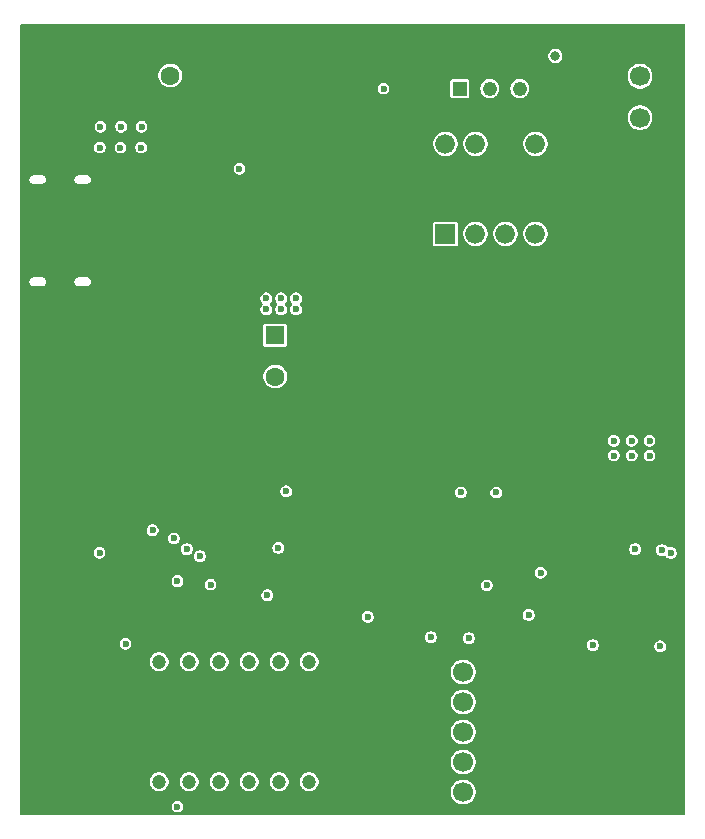
<source format=gbr>
G04 #@! TF.GenerationSoftware,KiCad,Pcbnew,9.0.4*
G04 #@! TF.CreationDate,2025-09-25T11:49:33+08:00*
G04 #@! TF.ProjectId,boost-convertor,626f6f73-742d-4636-9f6e-766572746f72,rev?*
G04 #@! TF.SameCoordinates,Original*
G04 #@! TF.FileFunction,Copper,L3,Inr*
G04 #@! TF.FilePolarity,Positive*
%FSLAX46Y46*%
G04 Gerber Fmt 4.6, Leading zero omitted, Abs format (unit mm)*
G04 Created by KiCad (PCBNEW 9.0.4) date 2025-09-25 11:49:33*
%MOMM*%
%LPD*%
G01*
G04 APERTURE LIST*
G04 #@! TA.AperFunction,ComponentPad*
%ADD10C,1.700000*%
G04 #@! TD*
G04 #@! TA.AperFunction,ComponentPad*
%ADD11R,1.676400X1.676400*%
G04 #@! TD*
G04 #@! TA.AperFunction,ComponentPad*
%ADD12C,1.676400*%
G04 #@! TD*
G04 #@! TA.AperFunction,ComponentPad*
%ADD13C,1.200000*%
G04 #@! TD*
G04 #@! TA.AperFunction,ComponentPad*
%ADD14R,1.600000X1.600000*%
G04 #@! TD*
G04 #@! TA.AperFunction,ComponentPad*
%ADD15C,1.600000*%
G04 #@! TD*
G04 #@! TA.AperFunction,ComponentPad*
%ADD16R,1.218000X1.218000*%
G04 #@! TD*
G04 #@! TA.AperFunction,ComponentPad*
%ADD17C,1.218000*%
G04 #@! TD*
G04 #@! TA.AperFunction,ViaPad*
%ADD18C,0.600000*%
G04 #@! TD*
G04 #@! TA.AperFunction,ViaPad*
%ADD19C,0.800000*%
G04 #@! TD*
G04 APERTURE END LIST*
D10*
X135920000Y-52460000D03*
X135920000Y-55960000D03*
D11*
X119440000Y-65810000D03*
D12*
X121980000Y-65810000D03*
X124520000Y-65810000D03*
X127060000Y-65810000D03*
X127060000Y-58190000D03*
X124520000Y-58190000D03*
X121980000Y-58190000D03*
X119440000Y-58190000D03*
D13*
X97740000Y-102040000D03*
X107900000Y-102040000D03*
X102820000Y-112200000D03*
X97740000Y-112200000D03*
X95200000Y-112200000D03*
X100280000Y-102040000D03*
X105360000Y-112200000D03*
X100280000Y-112200000D03*
X95200000Y-102040000D03*
X102820000Y-102040000D03*
X105360000Y-102040000D03*
X107900000Y-112200000D03*
D14*
X99640151Y-52400000D03*
D15*
X96140151Y-52400000D03*
D10*
X120950000Y-102895000D03*
X120950000Y-105435000D03*
X120950000Y-107975000D03*
X120950000Y-110515000D03*
X120950000Y-113055000D03*
D14*
X105025000Y-74397349D03*
D15*
X105025000Y-77897349D03*
D16*
X120670000Y-53500000D03*
D17*
X123210000Y-53500000D03*
X125750000Y-53500000D03*
D18*
X137025000Y-101575000D03*
X90525000Y-76625000D03*
X103760000Y-56800000D03*
X103760000Y-58290000D03*
X97475000Y-82500000D03*
D19*
X130250000Y-59000000D03*
D18*
X133450000Y-91975000D03*
X101810000Y-58290000D03*
X119035598Y-99964402D03*
X136650000Y-102575000D03*
X116300000Y-86200000D03*
X101810000Y-56800000D03*
X99860000Y-58290000D03*
X99860000Y-56800000D03*
X136725000Y-83325000D03*
X135212500Y-83325000D03*
X136725000Y-84575000D03*
X105530000Y-71270000D03*
X104270000Y-72190000D03*
X106790000Y-72190000D03*
X105530000Y-72190000D03*
X133700000Y-83325000D03*
X106790000Y-71270000D03*
X135212500Y-84575000D03*
X133700000Y-84575000D03*
X104270000Y-71270000D03*
X90235000Y-56725000D03*
X135500000Y-92500000D03*
X102000000Y-60290000D03*
X93670000Y-58500000D03*
X93715000Y-56725000D03*
D19*
X128750000Y-50750000D03*
D18*
X123750000Y-87700000D03*
X92355596Y-100496899D03*
X96755596Y-95196899D03*
X91930000Y-58500000D03*
X121435598Y-100035598D03*
X138525000Y-92825000D03*
X137775000Y-92575000D03*
X105300000Y-92400000D03*
X91975000Y-56725000D03*
X120750000Y-87700000D03*
X90190000Y-58500000D03*
X127500000Y-94500000D03*
X105955596Y-87596899D03*
X118210000Y-99950000D03*
X104355596Y-96396899D03*
X112870000Y-98230000D03*
X97555596Y-92496899D03*
X96755596Y-114296899D03*
X96455596Y-91596899D03*
X90155596Y-92796899D03*
X99555596Y-95496899D03*
X94655596Y-90896899D03*
X98655596Y-93096899D03*
X114200000Y-53500000D03*
X126500000Y-98075000D03*
X122950000Y-95575000D03*
X131925000Y-100625000D03*
X137625000Y-100725000D03*
G04 #@! TA.AperFunction,Conductor*
G36*
X139642539Y-48020185D02*
G01*
X139688294Y-48072989D01*
X139699500Y-48124500D01*
X139699500Y-114925500D01*
X139679815Y-114992539D01*
X139627011Y-115038294D01*
X139575500Y-115049500D01*
X83574500Y-115049500D01*
X83507461Y-115029815D01*
X83461706Y-114977011D01*
X83450500Y-114925500D01*
X83450500Y-114231007D01*
X96255096Y-114231007D01*
X96255096Y-114362790D01*
X96289204Y-114490086D01*
X96322150Y-114547149D01*
X96355096Y-114604213D01*
X96448282Y-114697399D01*
X96562410Y-114763291D01*
X96689704Y-114797399D01*
X96689706Y-114797399D01*
X96821486Y-114797399D01*
X96821488Y-114797399D01*
X96948782Y-114763291D01*
X97062910Y-114697399D01*
X97156096Y-114604213D01*
X97221988Y-114490085D01*
X97256096Y-114362791D01*
X97256096Y-114231007D01*
X97221988Y-114103713D01*
X97156096Y-113989585D01*
X97062910Y-113896399D01*
X97005846Y-113863453D01*
X96948783Y-113830507D01*
X96885135Y-113813453D01*
X96821488Y-113796399D01*
X96689704Y-113796399D01*
X96562408Y-113830507D01*
X96448282Y-113896399D01*
X96448279Y-113896401D01*
X96355098Y-113989582D01*
X96355096Y-113989585D01*
X96289204Y-114103711D01*
X96255096Y-114231007D01*
X83450500Y-114231007D01*
X83450500Y-112121153D01*
X94399500Y-112121153D01*
X94399500Y-112278846D01*
X94430261Y-112433489D01*
X94430264Y-112433501D01*
X94490602Y-112579172D01*
X94490609Y-112579185D01*
X94578210Y-112710288D01*
X94578213Y-112710292D01*
X94689707Y-112821786D01*
X94689711Y-112821789D01*
X94820814Y-112909390D01*
X94820827Y-112909397D01*
X94922559Y-112951535D01*
X94966503Y-112969737D01*
X95121153Y-113000499D01*
X95121156Y-113000500D01*
X95121158Y-113000500D01*
X95278844Y-113000500D01*
X95278845Y-113000499D01*
X95433497Y-112969737D01*
X95579179Y-112909394D01*
X95710289Y-112821789D01*
X95821789Y-112710289D01*
X95909394Y-112579179D01*
X95969737Y-112433497D01*
X96000500Y-112278842D01*
X96000500Y-112121158D01*
X96000500Y-112121155D01*
X96000499Y-112121153D01*
X96939500Y-112121153D01*
X96939500Y-112278846D01*
X96970261Y-112433489D01*
X96970264Y-112433501D01*
X97030602Y-112579172D01*
X97030609Y-112579185D01*
X97118210Y-112710288D01*
X97118213Y-112710292D01*
X97229707Y-112821786D01*
X97229711Y-112821789D01*
X97360814Y-112909390D01*
X97360827Y-112909397D01*
X97462559Y-112951535D01*
X97506503Y-112969737D01*
X97661153Y-113000499D01*
X97661156Y-113000500D01*
X97661158Y-113000500D01*
X97818844Y-113000500D01*
X97818845Y-113000499D01*
X97973497Y-112969737D01*
X98119179Y-112909394D01*
X98250289Y-112821789D01*
X98361789Y-112710289D01*
X98449394Y-112579179D01*
X98509737Y-112433497D01*
X98540500Y-112278842D01*
X98540500Y-112121158D01*
X98540500Y-112121155D01*
X98540499Y-112121153D01*
X99479500Y-112121153D01*
X99479500Y-112278846D01*
X99510261Y-112433489D01*
X99510264Y-112433501D01*
X99570602Y-112579172D01*
X99570609Y-112579185D01*
X99658210Y-112710288D01*
X99658213Y-112710292D01*
X99769707Y-112821786D01*
X99769711Y-112821789D01*
X99900814Y-112909390D01*
X99900827Y-112909397D01*
X100002559Y-112951535D01*
X100046503Y-112969737D01*
X100201153Y-113000499D01*
X100201156Y-113000500D01*
X100201158Y-113000500D01*
X100358844Y-113000500D01*
X100358845Y-113000499D01*
X100513497Y-112969737D01*
X100659179Y-112909394D01*
X100790289Y-112821789D01*
X100901789Y-112710289D01*
X100989394Y-112579179D01*
X101049737Y-112433497D01*
X101080500Y-112278842D01*
X101080500Y-112121158D01*
X101080500Y-112121155D01*
X101080499Y-112121153D01*
X102019500Y-112121153D01*
X102019500Y-112278846D01*
X102050261Y-112433489D01*
X102050264Y-112433501D01*
X102110602Y-112579172D01*
X102110609Y-112579185D01*
X102198210Y-112710288D01*
X102198213Y-112710292D01*
X102309707Y-112821786D01*
X102309711Y-112821789D01*
X102440814Y-112909390D01*
X102440827Y-112909397D01*
X102542559Y-112951535D01*
X102586503Y-112969737D01*
X102741153Y-113000499D01*
X102741156Y-113000500D01*
X102741158Y-113000500D01*
X102898844Y-113000500D01*
X102898845Y-113000499D01*
X103053497Y-112969737D01*
X103199179Y-112909394D01*
X103330289Y-112821789D01*
X103441789Y-112710289D01*
X103529394Y-112579179D01*
X103589737Y-112433497D01*
X103620500Y-112278842D01*
X103620500Y-112121158D01*
X103620500Y-112121155D01*
X103620499Y-112121153D01*
X104559500Y-112121153D01*
X104559500Y-112278846D01*
X104590261Y-112433489D01*
X104590264Y-112433501D01*
X104650602Y-112579172D01*
X104650609Y-112579185D01*
X104738210Y-112710288D01*
X104738213Y-112710292D01*
X104849707Y-112821786D01*
X104849711Y-112821789D01*
X104980814Y-112909390D01*
X104980827Y-112909397D01*
X105082559Y-112951535D01*
X105126503Y-112969737D01*
X105281153Y-113000499D01*
X105281156Y-113000500D01*
X105281158Y-113000500D01*
X105438844Y-113000500D01*
X105438845Y-113000499D01*
X105593497Y-112969737D01*
X105739179Y-112909394D01*
X105870289Y-112821789D01*
X105981789Y-112710289D01*
X106069394Y-112579179D01*
X106129737Y-112433497D01*
X106160500Y-112278842D01*
X106160500Y-112121158D01*
X106160500Y-112121155D01*
X106160499Y-112121153D01*
X107099500Y-112121153D01*
X107099500Y-112278846D01*
X107130261Y-112433489D01*
X107130264Y-112433501D01*
X107190602Y-112579172D01*
X107190609Y-112579185D01*
X107278210Y-112710288D01*
X107278213Y-112710292D01*
X107389707Y-112821786D01*
X107389711Y-112821789D01*
X107520814Y-112909390D01*
X107520827Y-112909397D01*
X107622559Y-112951535D01*
X107666503Y-112969737D01*
X107821153Y-113000499D01*
X107821156Y-113000500D01*
X107821158Y-113000500D01*
X107978844Y-113000500D01*
X107978845Y-113000499D01*
X108133497Y-112969737D01*
X108177453Y-112951530D01*
X119899500Y-112951530D01*
X119899500Y-113158469D01*
X119939868Y-113361412D01*
X119939870Y-113361420D01*
X120019058Y-113552596D01*
X120134024Y-113724657D01*
X120280342Y-113870975D01*
X120280345Y-113870977D01*
X120452402Y-113985941D01*
X120643580Y-114065130D01*
X120837541Y-114103711D01*
X120846530Y-114105499D01*
X120846534Y-114105500D01*
X120846535Y-114105500D01*
X121053466Y-114105500D01*
X121053467Y-114105499D01*
X121256420Y-114065130D01*
X121447598Y-113985941D01*
X121619655Y-113870977D01*
X121765977Y-113724655D01*
X121880941Y-113552598D01*
X121960130Y-113361420D01*
X122000500Y-113158465D01*
X122000500Y-112951535D01*
X121960130Y-112748580D01*
X121880941Y-112557402D01*
X121765977Y-112385345D01*
X121765975Y-112385342D01*
X121619657Y-112239024D01*
X121533626Y-112181541D01*
X121447598Y-112124059D01*
X121440594Y-112121158D01*
X121256420Y-112044870D01*
X121256412Y-112044868D01*
X121053469Y-112004500D01*
X121053465Y-112004500D01*
X120846535Y-112004500D01*
X120846530Y-112004500D01*
X120643587Y-112044868D01*
X120643579Y-112044870D01*
X120452403Y-112124058D01*
X120280342Y-112239024D01*
X120134024Y-112385342D01*
X120019058Y-112557403D01*
X119939870Y-112748579D01*
X119939868Y-112748587D01*
X119899500Y-112951530D01*
X108177453Y-112951530D01*
X108279179Y-112909394D01*
X108410289Y-112821789D01*
X108521789Y-112710289D01*
X108609394Y-112579179D01*
X108669737Y-112433497D01*
X108700500Y-112278842D01*
X108700500Y-112121158D01*
X108700500Y-112121155D01*
X108700499Y-112121153D01*
X108669738Y-111966510D01*
X108669737Y-111966503D01*
X108669735Y-111966498D01*
X108609397Y-111820827D01*
X108609390Y-111820814D01*
X108521789Y-111689711D01*
X108521786Y-111689707D01*
X108410292Y-111578213D01*
X108410288Y-111578210D01*
X108279185Y-111490609D01*
X108279172Y-111490602D01*
X108133501Y-111430264D01*
X108133489Y-111430261D01*
X107978845Y-111399500D01*
X107978842Y-111399500D01*
X107821158Y-111399500D01*
X107821155Y-111399500D01*
X107666510Y-111430261D01*
X107666498Y-111430264D01*
X107520827Y-111490602D01*
X107520814Y-111490609D01*
X107389711Y-111578210D01*
X107389707Y-111578213D01*
X107278213Y-111689707D01*
X107278210Y-111689711D01*
X107190609Y-111820814D01*
X107190602Y-111820827D01*
X107130264Y-111966498D01*
X107130261Y-111966510D01*
X107099500Y-112121153D01*
X106160499Y-112121153D01*
X106129738Y-111966510D01*
X106129737Y-111966503D01*
X106129735Y-111966498D01*
X106069397Y-111820827D01*
X106069390Y-111820814D01*
X105981789Y-111689711D01*
X105981786Y-111689707D01*
X105870292Y-111578213D01*
X105870288Y-111578210D01*
X105739185Y-111490609D01*
X105739172Y-111490602D01*
X105593501Y-111430264D01*
X105593489Y-111430261D01*
X105438845Y-111399500D01*
X105438842Y-111399500D01*
X105281158Y-111399500D01*
X105281155Y-111399500D01*
X105126510Y-111430261D01*
X105126498Y-111430264D01*
X104980827Y-111490602D01*
X104980814Y-111490609D01*
X104849711Y-111578210D01*
X104849707Y-111578213D01*
X104738213Y-111689707D01*
X104738210Y-111689711D01*
X104650609Y-111820814D01*
X104650602Y-111820827D01*
X104590264Y-111966498D01*
X104590261Y-111966510D01*
X104559500Y-112121153D01*
X103620499Y-112121153D01*
X103589738Y-111966510D01*
X103589737Y-111966503D01*
X103589735Y-111966498D01*
X103529397Y-111820827D01*
X103529390Y-111820814D01*
X103441789Y-111689711D01*
X103441786Y-111689707D01*
X103330292Y-111578213D01*
X103330288Y-111578210D01*
X103199185Y-111490609D01*
X103199172Y-111490602D01*
X103053501Y-111430264D01*
X103053489Y-111430261D01*
X102898845Y-111399500D01*
X102898842Y-111399500D01*
X102741158Y-111399500D01*
X102741155Y-111399500D01*
X102586510Y-111430261D01*
X102586498Y-111430264D01*
X102440827Y-111490602D01*
X102440814Y-111490609D01*
X102309711Y-111578210D01*
X102309707Y-111578213D01*
X102198213Y-111689707D01*
X102198210Y-111689711D01*
X102110609Y-111820814D01*
X102110602Y-111820827D01*
X102050264Y-111966498D01*
X102050261Y-111966510D01*
X102019500Y-112121153D01*
X101080499Y-112121153D01*
X101049738Y-111966510D01*
X101049737Y-111966503D01*
X101049735Y-111966498D01*
X100989397Y-111820827D01*
X100989390Y-111820814D01*
X100901789Y-111689711D01*
X100901786Y-111689707D01*
X100790292Y-111578213D01*
X100790288Y-111578210D01*
X100659185Y-111490609D01*
X100659172Y-111490602D01*
X100513501Y-111430264D01*
X100513489Y-111430261D01*
X100358845Y-111399500D01*
X100358842Y-111399500D01*
X100201158Y-111399500D01*
X100201155Y-111399500D01*
X100046510Y-111430261D01*
X100046498Y-111430264D01*
X99900827Y-111490602D01*
X99900814Y-111490609D01*
X99769711Y-111578210D01*
X99769707Y-111578213D01*
X99658213Y-111689707D01*
X99658210Y-111689711D01*
X99570609Y-111820814D01*
X99570602Y-111820827D01*
X99510264Y-111966498D01*
X99510261Y-111966510D01*
X99479500Y-112121153D01*
X98540499Y-112121153D01*
X98509738Y-111966510D01*
X98509737Y-111966503D01*
X98509735Y-111966498D01*
X98449397Y-111820827D01*
X98449390Y-111820814D01*
X98361789Y-111689711D01*
X98361786Y-111689707D01*
X98250292Y-111578213D01*
X98250288Y-111578210D01*
X98119185Y-111490609D01*
X98119172Y-111490602D01*
X97973501Y-111430264D01*
X97973489Y-111430261D01*
X97818845Y-111399500D01*
X97818842Y-111399500D01*
X97661158Y-111399500D01*
X97661155Y-111399500D01*
X97506510Y-111430261D01*
X97506498Y-111430264D01*
X97360827Y-111490602D01*
X97360814Y-111490609D01*
X97229711Y-111578210D01*
X97229707Y-111578213D01*
X97118213Y-111689707D01*
X97118210Y-111689711D01*
X97030609Y-111820814D01*
X97030602Y-111820827D01*
X96970264Y-111966498D01*
X96970261Y-111966510D01*
X96939500Y-112121153D01*
X96000499Y-112121153D01*
X95969738Y-111966510D01*
X95969737Y-111966503D01*
X95969735Y-111966498D01*
X95909397Y-111820827D01*
X95909390Y-111820814D01*
X95821789Y-111689711D01*
X95821786Y-111689707D01*
X95710292Y-111578213D01*
X95710288Y-111578210D01*
X95579185Y-111490609D01*
X95579172Y-111490602D01*
X95433501Y-111430264D01*
X95433489Y-111430261D01*
X95278845Y-111399500D01*
X95278842Y-111399500D01*
X95121158Y-111399500D01*
X95121155Y-111399500D01*
X94966510Y-111430261D01*
X94966498Y-111430264D01*
X94820827Y-111490602D01*
X94820814Y-111490609D01*
X94689711Y-111578210D01*
X94689707Y-111578213D01*
X94578213Y-111689707D01*
X94578210Y-111689711D01*
X94490609Y-111820814D01*
X94490602Y-111820827D01*
X94430264Y-111966498D01*
X94430261Y-111966510D01*
X94399500Y-112121153D01*
X83450500Y-112121153D01*
X83450500Y-110411530D01*
X119899500Y-110411530D01*
X119899500Y-110618469D01*
X119939868Y-110821412D01*
X119939870Y-110821420D01*
X120019058Y-111012596D01*
X120134024Y-111184657D01*
X120280342Y-111330975D01*
X120280345Y-111330977D01*
X120452402Y-111445941D01*
X120643580Y-111525130D01*
X120846530Y-111565499D01*
X120846534Y-111565500D01*
X120846535Y-111565500D01*
X121053466Y-111565500D01*
X121053467Y-111565499D01*
X121256420Y-111525130D01*
X121447598Y-111445941D01*
X121619655Y-111330977D01*
X121765977Y-111184655D01*
X121880941Y-111012598D01*
X121960130Y-110821420D01*
X122000500Y-110618465D01*
X122000500Y-110411535D01*
X121960130Y-110208580D01*
X121880941Y-110017402D01*
X121765977Y-109845345D01*
X121765975Y-109845342D01*
X121619657Y-109699024D01*
X121533626Y-109641541D01*
X121447598Y-109584059D01*
X121256420Y-109504870D01*
X121256412Y-109504868D01*
X121053469Y-109464500D01*
X121053465Y-109464500D01*
X120846535Y-109464500D01*
X120846530Y-109464500D01*
X120643587Y-109504868D01*
X120643579Y-109504870D01*
X120452403Y-109584058D01*
X120280342Y-109699024D01*
X120134024Y-109845342D01*
X120019058Y-110017403D01*
X119939870Y-110208579D01*
X119939868Y-110208587D01*
X119899500Y-110411530D01*
X83450500Y-110411530D01*
X83450500Y-107871530D01*
X119899500Y-107871530D01*
X119899500Y-108078469D01*
X119939868Y-108281412D01*
X119939870Y-108281420D01*
X120019058Y-108472596D01*
X120134024Y-108644657D01*
X120280342Y-108790975D01*
X120280345Y-108790977D01*
X120452402Y-108905941D01*
X120643580Y-108985130D01*
X120846530Y-109025499D01*
X120846534Y-109025500D01*
X120846535Y-109025500D01*
X121053466Y-109025500D01*
X121053467Y-109025499D01*
X121256420Y-108985130D01*
X121447598Y-108905941D01*
X121619655Y-108790977D01*
X121765977Y-108644655D01*
X121880941Y-108472598D01*
X121960130Y-108281420D01*
X122000500Y-108078465D01*
X122000500Y-107871535D01*
X121960130Y-107668580D01*
X121880941Y-107477402D01*
X121765977Y-107305345D01*
X121765975Y-107305342D01*
X121619657Y-107159024D01*
X121533626Y-107101541D01*
X121447598Y-107044059D01*
X121256420Y-106964870D01*
X121256412Y-106964868D01*
X121053469Y-106924500D01*
X121053465Y-106924500D01*
X120846535Y-106924500D01*
X120846530Y-106924500D01*
X120643587Y-106964868D01*
X120643579Y-106964870D01*
X120452403Y-107044058D01*
X120280342Y-107159024D01*
X120134024Y-107305342D01*
X120019058Y-107477403D01*
X119939870Y-107668579D01*
X119939868Y-107668587D01*
X119899500Y-107871530D01*
X83450500Y-107871530D01*
X83450500Y-105331530D01*
X119899500Y-105331530D01*
X119899500Y-105538469D01*
X119939868Y-105741412D01*
X119939870Y-105741420D01*
X120019058Y-105932596D01*
X120134024Y-106104657D01*
X120280342Y-106250975D01*
X120280345Y-106250977D01*
X120452402Y-106365941D01*
X120643580Y-106445130D01*
X120846530Y-106485499D01*
X120846534Y-106485500D01*
X120846535Y-106485500D01*
X121053466Y-106485500D01*
X121053467Y-106485499D01*
X121256420Y-106445130D01*
X121447598Y-106365941D01*
X121619655Y-106250977D01*
X121765977Y-106104655D01*
X121880941Y-105932598D01*
X121960130Y-105741420D01*
X122000500Y-105538465D01*
X122000500Y-105331535D01*
X121960130Y-105128580D01*
X121880941Y-104937402D01*
X121765977Y-104765345D01*
X121765975Y-104765342D01*
X121619657Y-104619024D01*
X121533626Y-104561541D01*
X121447598Y-104504059D01*
X121256420Y-104424870D01*
X121256412Y-104424868D01*
X121053469Y-104384500D01*
X121053465Y-104384500D01*
X120846535Y-104384500D01*
X120846530Y-104384500D01*
X120643587Y-104424868D01*
X120643579Y-104424870D01*
X120452403Y-104504058D01*
X120280342Y-104619024D01*
X120134024Y-104765342D01*
X120019058Y-104937403D01*
X119939870Y-105128579D01*
X119939868Y-105128587D01*
X119899500Y-105331530D01*
X83450500Y-105331530D01*
X83450500Y-101961153D01*
X94399500Y-101961153D01*
X94399500Y-102118846D01*
X94430261Y-102273489D01*
X94430264Y-102273501D01*
X94490602Y-102419172D01*
X94490609Y-102419185D01*
X94578210Y-102550288D01*
X94578213Y-102550292D01*
X94689707Y-102661786D01*
X94689711Y-102661789D01*
X94820814Y-102749390D01*
X94820827Y-102749397D01*
X94922559Y-102791535D01*
X94966503Y-102809737D01*
X95121153Y-102840499D01*
X95121156Y-102840500D01*
X95121158Y-102840500D01*
X95278844Y-102840500D01*
X95278845Y-102840499D01*
X95433497Y-102809737D01*
X95579179Y-102749394D01*
X95710289Y-102661789D01*
X95821789Y-102550289D01*
X95909394Y-102419179D01*
X95969737Y-102273497D01*
X96000500Y-102118842D01*
X96000500Y-101961158D01*
X96000500Y-101961155D01*
X96000499Y-101961153D01*
X96939500Y-101961153D01*
X96939500Y-102118846D01*
X96970261Y-102273489D01*
X96970264Y-102273501D01*
X97030602Y-102419172D01*
X97030609Y-102419185D01*
X97118210Y-102550288D01*
X97118213Y-102550292D01*
X97229707Y-102661786D01*
X97229711Y-102661789D01*
X97360814Y-102749390D01*
X97360827Y-102749397D01*
X97462559Y-102791535D01*
X97506503Y-102809737D01*
X97661153Y-102840499D01*
X97661156Y-102840500D01*
X97661158Y-102840500D01*
X97818844Y-102840500D01*
X97818845Y-102840499D01*
X97973497Y-102809737D01*
X98119179Y-102749394D01*
X98250289Y-102661789D01*
X98361789Y-102550289D01*
X98449394Y-102419179D01*
X98509737Y-102273497D01*
X98540500Y-102118842D01*
X98540500Y-101961158D01*
X98540500Y-101961155D01*
X98540499Y-101961153D01*
X99479500Y-101961153D01*
X99479500Y-102118846D01*
X99510261Y-102273489D01*
X99510264Y-102273501D01*
X99570602Y-102419172D01*
X99570609Y-102419185D01*
X99658210Y-102550288D01*
X99658213Y-102550292D01*
X99769707Y-102661786D01*
X99769711Y-102661789D01*
X99900814Y-102749390D01*
X99900827Y-102749397D01*
X100002559Y-102791535D01*
X100046503Y-102809737D01*
X100201153Y-102840499D01*
X100201156Y-102840500D01*
X100201158Y-102840500D01*
X100358844Y-102840500D01*
X100358845Y-102840499D01*
X100513497Y-102809737D01*
X100659179Y-102749394D01*
X100790289Y-102661789D01*
X100901789Y-102550289D01*
X100989394Y-102419179D01*
X101049737Y-102273497D01*
X101080500Y-102118842D01*
X101080500Y-101961158D01*
X101080500Y-101961155D01*
X101080499Y-101961153D01*
X102019500Y-101961153D01*
X102019500Y-102118846D01*
X102050261Y-102273489D01*
X102050264Y-102273501D01*
X102110602Y-102419172D01*
X102110609Y-102419185D01*
X102198210Y-102550288D01*
X102198213Y-102550292D01*
X102309707Y-102661786D01*
X102309711Y-102661789D01*
X102440814Y-102749390D01*
X102440827Y-102749397D01*
X102542559Y-102791535D01*
X102586503Y-102809737D01*
X102741153Y-102840499D01*
X102741156Y-102840500D01*
X102741158Y-102840500D01*
X102898844Y-102840500D01*
X102898845Y-102840499D01*
X103053497Y-102809737D01*
X103199179Y-102749394D01*
X103330289Y-102661789D01*
X103441789Y-102550289D01*
X103529394Y-102419179D01*
X103589737Y-102273497D01*
X103620500Y-102118842D01*
X103620500Y-101961158D01*
X103620500Y-101961155D01*
X103620499Y-101961153D01*
X104559500Y-101961153D01*
X104559500Y-102118846D01*
X104590261Y-102273489D01*
X104590264Y-102273501D01*
X104650602Y-102419172D01*
X104650609Y-102419185D01*
X104738210Y-102550288D01*
X104738213Y-102550292D01*
X104849707Y-102661786D01*
X104849711Y-102661789D01*
X104980814Y-102749390D01*
X104980827Y-102749397D01*
X105082559Y-102791535D01*
X105126503Y-102809737D01*
X105281153Y-102840499D01*
X105281156Y-102840500D01*
X105281158Y-102840500D01*
X105438844Y-102840500D01*
X105438845Y-102840499D01*
X105593497Y-102809737D01*
X105739179Y-102749394D01*
X105870289Y-102661789D01*
X105981789Y-102550289D01*
X106069394Y-102419179D01*
X106129737Y-102273497D01*
X106160500Y-102118842D01*
X106160500Y-101961158D01*
X106160500Y-101961155D01*
X106160499Y-101961153D01*
X107099500Y-101961153D01*
X107099500Y-102118846D01*
X107130261Y-102273489D01*
X107130264Y-102273501D01*
X107190602Y-102419172D01*
X107190609Y-102419185D01*
X107278210Y-102550288D01*
X107278213Y-102550292D01*
X107389707Y-102661786D01*
X107389711Y-102661789D01*
X107520814Y-102749390D01*
X107520827Y-102749397D01*
X107622559Y-102791535D01*
X107666503Y-102809737D01*
X107821153Y-102840499D01*
X107821156Y-102840500D01*
X107821158Y-102840500D01*
X107978844Y-102840500D01*
X107978845Y-102840499D01*
X108133497Y-102809737D01*
X108177453Y-102791530D01*
X119899500Y-102791530D01*
X119899500Y-102998469D01*
X119939868Y-103201412D01*
X119939870Y-103201420D01*
X120019058Y-103392596D01*
X120134024Y-103564657D01*
X120280342Y-103710975D01*
X120280345Y-103710977D01*
X120452402Y-103825941D01*
X120643580Y-103905130D01*
X120846530Y-103945499D01*
X120846534Y-103945500D01*
X120846535Y-103945500D01*
X121053466Y-103945500D01*
X121053467Y-103945499D01*
X121256420Y-103905130D01*
X121447598Y-103825941D01*
X121619655Y-103710977D01*
X121765977Y-103564655D01*
X121880941Y-103392598D01*
X121960130Y-103201420D01*
X122000500Y-102998465D01*
X122000500Y-102791535D01*
X121960130Y-102588580D01*
X121880941Y-102397402D01*
X121765977Y-102225345D01*
X121765975Y-102225342D01*
X121619657Y-102079024D01*
X121533626Y-102021541D01*
X121447598Y-101964059D01*
X121440594Y-101961158D01*
X121256420Y-101884870D01*
X121256412Y-101884868D01*
X121053469Y-101844500D01*
X121053465Y-101844500D01*
X120846535Y-101844500D01*
X120846530Y-101844500D01*
X120643587Y-101884868D01*
X120643579Y-101884870D01*
X120452403Y-101964058D01*
X120280342Y-102079024D01*
X120134024Y-102225342D01*
X120019058Y-102397403D01*
X119939870Y-102588579D01*
X119939868Y-102588587D01*
X119899500Y-102791530D01*
X108177453Y-102791530D01*
X108279179Y-102749394D01*
X108410289Y-102661789D01*
X108521789Y-102550289D01*
X108609394Y-102419179D01*
X108669737Y-102273497D01*
X108700500Y-102118842D01*
X108700500Y-101961158D01*
X108700500Y-101961155D01*
X108700499Y-101961153D01*
X108669738Y-101806510D01*
X108669737Y-101806503D01*
X108669735Y-101806498D01*
X108609397Y-101660827D01*
X108609390Y-101660814D01*
X108521789Y-101529711D01*
X108521786Y-101529707D01*
X108410292Y-101418213D01*
X108410288Y-101418210D01*
X108279185Y-101330609D01*
X108279172Y-101330602D01*
X108133501Y-101270264D01*
X108133489Y-101270261D01*
X107978845Y-101239500D01*
X107978842Y-101239500D01*
X107821158Y-101239500D01*
X107821155Y-101239500D01*
X107666510Y-101270261D01*
X107666498Y-101270264D01*
X107520827Y-101330602D01*
X107520814Y-101330609D01*
X107389711Y-101418210D01*
X107389707Y-101418213D01*
X107278213Y-101529707D01*
X107278210Y-101529711D01*
X107190609Y-101660814D01*
X107190602Y-101660827D01*
X107130264Y-101806498D01*
X107130261Y-101806510D01*
X107099500Y-101961153D01*
X106160499Y-101961153D01*
X106129738Y-101806510D01*
X106129737Y-101806503D01*
X106129735Y-101806498D01*
X106069397Y-101660827D01*
X106069390Y-101660814D01*
X105981789Y-101529711D01*
X105981786Y-101529707D01*
X105870292Y-101418213D01*
X105870288Y-101418210D01*
X105739185Y-101330609D01*
X105739172Y-101330602D01*
X105593501Y-101270264D01*
X105593489Y-101270261D01*
X105438845Y-101239500D01*
X105438842Y-101239500D01*
X105281158Y-101239500D01*
X105281155Y-101239500D01*
X105126510Y-101270261D01*
X105126498Y-101270264D01*
X104980827Y-101330602D01*
X104980814Y-101330609D01*
X104849711Y-101418210D01*
X104849707Y-101418213D01*
X104738213Y-101529707D01*
X104738210Y-101529711D01*
X104650609Y-101660814D01*
X104650602Y-101660827D01*
X104590264Y-101806498D01*
X104590261Y-101806510D01*
X104559500Y-101961153D01*
X103620499Y-101961153D01*
X103589738Y-101806510D01*
X103589737Y-101806503D01*
X103589735Y-101806498D01*
X103529397Y-101660827D01*
X103529390Y-101660814D01*
X103441789Y-101529711D01*
X103441786Y-101529707D01*
X103330292Y-101418213D01*
X103330288Y-101418210D01*
X103199185Y-101330609D01*
X103199172Y-101330602D01*
X103053501Y-101270264D01*
X103053489Y-101270261D01*
X102898845Y-101239500D01*
X102898842Y-101239500D01*
X102741158Y-101239500D01*
X102741155Y-101239500D01*
X102586510Y-101270261D01*
X102586498Y-101270264D01*
X102440827Y-101330602D01*
X102440814Y-101330609D01*
X102309711Y-101418210D01*
X102309707Y-101418213D01*
X102198213Y-101529707D01*
X102198210Y-101529711D01*
X102110609Y-101660814D01*
X102110602Y-101660827D01*
X102050264Y-101806498D01*
X102050261Y-101806510D01*
X102019500Y-101961153D01*
X101080499Y-101961153D01*
X101049738Y-101806510D01*
X101049737Y-101806503D01*
X101049735Y-101806498D01*
X100989397Y-101660827D01*
X100989390Y-101660814D01*
X100901789Y-101529711D01*
X100901786Y-101529707D01*
X100790292Y-101418213D01*
X100790288Y-101418210D01*
X100659185Y-101330609D01*
X100659172Y-101330602D01*
X100513501Y-101270264D01*
X100513489Y-101270261D01*
X100358845Y-101239500D01*
X100358842Y-101239500D01*
X100201158Y-101239500D01*
X100201155Y-101239500D01*
X100046510Y-101270261D01*
X100046498Y-101270264D01*
X99900827Y-101330602D01*
X99900814Y-101330609D01*
X99769711Y-101418210D01*
X99769707Y-101418213D01*
X99658213Y-101529707D01*
X99658210Y-101529711D01*
X99570609Y-101660814D01*
X99570602Y-101660827D01*
X99510264Y-101806498D01*
X99510261Y-101806510D01*
X99479500Y-101961153D01*
X98540499Y-101961153D01*
X98509738Y-101806510D01*
X98509737Y-101806503D01*
X98509735Y-101806498D01*
X98449397Y-101660827D01*
X98449390Y-101660814D01*
X98361789Y-101529711D01*
X98361786Y-101529707D01*
X98250292Y-101418213D01*
X98250288Y-101418210D01*
X98119185Y-101330609D01*
X98119172Y-101330602D01*
X97973501Y-101270264D01*
X97973489Y-101270261D01*
X97818845Y-101239500D01*
X97818842Y-101239500D01*
X97661158Y-101239500D01*
X97661155Y-101239500D01*
X97506510Y-101270261D01*
X97506498Y-101270264D01*
X97360827Y-101330602D01*
X97360814Y-101330609D01*
X97229711Y-101418210D01*
X97229707Y-101418213D01*
X97118213Y-101529707D01*
X97118210Y-101529711D01*
X97030609Y-101660814D01*
X97030602Y-101660827D01*
X96970264Y-101806498D01*
X96970261Y-101806510D01*
X96939500Y-101961153D01*
X96000499Y-101961153D01*
X95969738Y-101806510D01*
X95969737Y-101806503D01*
X95969735Y-101806498D01*
X95909397Y-101660827D01*
X95909390Y-101660814D01*
X95821789Y-101529711D01*
X95821786Y-101529707D01*
X95710292Y-101418213D01*
X95710288Y-101418210D01*
X95579185Y-101330609D01*
X95579172Y-101330602D01*
X95433501Y-101270264D01*
X95433489Y-101270261D01*
X95278845Y-101239500D01*
X95278842Y-101239500D01*
X95121158Y-101239500D01*
X95121155Y-101239500D01*
X94966510Y-101270261D01*
X94966498Y-101270264D01*
X94820827Y-101330602D01*
X94820814Y-101330609D01*
X94689711Y-101418210D01*
X94689707Y-101418213D01*
X94578213Y-101529707D01*
X94578210Y-101529711D01*
X94490609Y-101660814D01*
X94490602Y-101660827D01*
X94430264Y-101806498D01*
X94430261Y-101806510D01*
X94399500Y-101961153D01*
X83450500Y-101961153D01*
X83450500Y-100431007D01*
X91855096Y-100431007D01*
X91855096Y-100562790D01*
X91889204Y-100690086D01*
X91922150Y-100747149D01*
X91955096Y-100804213D01*
X92048282Y-100897399D01*
X92162410Y-100963291D01*
X92289704Y-100997399D01*
X92289706Y-100997399D01*
X92421486Y-100997399D01*
X92421488Y-100997399D01*
X92548782Y-100963291D01*
X92662910Y-100897399D01*
X92756096Y-100804213D01*
X92821988Y-100690085D01*
X92856096Y-100562791D01*
X92856096Y-100559108D01*
X131424500Y-100559108D01*
X131424500Y-100690891D01*
X131458608Y-100818187D01*
X131491554Y-100875250D01*
X131524500Y-100932314D01*
X131617686Y-101025500D01*
X131731814Y-101091392D01*
X131859108Y-101125500D01*
X131859110Y-101125500D01*
X131990890Y-101125500D01*
X131990892Y-101125500D01*
X132118186Y-101091392D01*
X132232314Y-101025500D01*
X132325500Y-100932314D01*
X132391392Y-100818186D01*
X132425500Y-100690892D01*
X132425500Y-100659108D01*
X137124500Y-100659108D01*
X137124500Y-100790892D01*
X137128070Y-100804215D01*
X137158608Y-100918187D01*
X137166766Y-100932316D01*
X137224500Y-101032314D01*
X137317686Y-101125500D01*
X137431814Y-101191392D01*
X137559108Y-101225500D01*
X137559110Y-101225500D01*
X137690890Y-101225500D01*
X137690892Y-101225500D01*
X137818186Y-101191392D01*
X137932314Y-101125500D01*
X138025500Y-101032314D01*
X138091392Y-100918186D01*
X138125500Y-100790892D01*
X138125500Y-100659108D01*
X138091392Y-100531814D01*
X138025500Y-100417686D01*
X137932314Y-100324500D01*
X137875250Y-100291554D01*
X137818187Y-100258608D01*
X137754539Y-100241554D01*
X137690892Y-100224500D01*
X137559108Y-100224500D01*
X137431812Y-100258608D01*
X137317686Y-100324500D01*
X137317683Y-100324502D01*
X137224502Y-100417683D01*
X137224500Y-100417686D01*
X137158608Y-100531812D01*
X137124500Y-100659108D01*
X132425500Y-100659108D01*
X132425500Y-100559108D01*
X132391392Y-100431814D01*
X132325500Y-100317686D01*
X132232314Y-100224500D01*
X132171834Y-100189582D01*
X132118187Y-100158608D01*
X132054539Y-100141554D01*
X131990892Y-100124500D01*
X131859108Y-100124500D01*
X131731812Y-100158608D01*
X131617686Y-100224500D01*
X131617683Y-100224502D01*
X131524502Y-100317683D01*
X131524500Y-100317686D01*
X131458608Y-100431812D01*
X131424500Y-100559108D01*
X92856096Y-100559108D01*
X92856096Y-100431007D01*
X92821988Y-100303713D01*
X92756096Y-100189585D01*
X92662910Y-100096399D01*
X92605846Y-100063453D01*
X92548783Y-100030507D01*
X92485135Y-100013453D01*
X92421488Y-99996399D01*
X92289704Y-99996399D01*
X92162408Y-100030507D01*
X92048282Y-100096399D01*
X92048279Y-100096401D01*
X91955098Y-100189582D01*
X91955096Y-100189585D01*
X91889204Y-100303711D01*
X91855096Y-100431007D01*
X83450500Y-100431007D01*
X83450500Y-99884108D01*
X117709500Y-99884108D01*
X117709500Y-100015891D01*
X117743608Y-100143187D01*
X117776554Y-100200250D01*
X117809500Y-100257314D01*
X117902686Y-100350500D01*
X118016814Y-100416392D01*
X118144108Y-100450500D01*
X118144110Y-100450500D01*
X118275890Y-100450500D01*
X118275892Y-100450500D01*
X118403186Y-100416392D01*
X118517314Y-100350500D01*
X118610500Y-100257314D01*
X118676392Y-100143186D01*
X118710500Y-100015892D01*
X118710500Y-99969706D01*
X120935098Y-99969706D01*
X120935098Y-100101490D01*
X120946270Y-100143186D01*
X120969206Y-100228785D01*
X120985677Y-100257313D01*
X121035098Y-100342912D01*
X121128284Y-100436098D01*
X121227119Y-100493161D01*
X121242408Y-100501988D01*
X121242412Y-100501990D01*
X121369706Y-100536098D01*
X121369708Y-100536098D01*
X121501488Y-100536098D01*
X121501490Y-100536098D01*
X121628784Y-100501990D01*
X121742912Y-100436098D01*
X121836098Y-100342912D01*
X121901990Y-100228784D01*
X121936098Y-100101490D01*
X121936098Y-99969706D01*
X121901990Y-99842412D01*
X121836098Y-99728284D01*
X121742912Y-99635098D01*
X121685848Y-99602152D01*
X121628785Y-99569206D01*
X121555247Y-99549502D01*
X121501490Y-99535098D01*
X121369706Y-99535098D01*
X121242410Y-99569206D01*
X121128284Y-99635098D01*
X121128281Y-99635100D01*
X121035100Y-99728281D01*
X121035098Y-99728284D01*
X120969206Y-99842410D01*
X120958033Y-99884110D01*
X120935098Y-99969706D01*
X118710500Y-99969706D01*
X118710500Y-99884108D01*
X118676392Y-99756814D01*
X118610500Y-99642686D01*
X118517314Y-99549500D01*
X118460250Y-99516554D01*
X118403187Y-99483608D01*
X118339539Y-99466554D01*
X118275892Y-99449500D01*
X118144108Y-99449500D01*
X118016812Y-99483608D01*
X117902686Y-99549500D01*
X117902683Y-99549502D01*
X117809502Y-99642683D01*
X117809500Y-99642686D01*
X117743608Y-99756812D01*
X117709500Y-99884108D01*
X83450500Y-99884108D01*
X83450500Y-98164108D01*
X112369500Y-98164108D01*
X112369500Y-98295891D01*
X112403608Y-98423187D01*
X112433810Y-98475497D01*
X112469500Y-98537314D01*
X112562686Y-98630500D01*
X112676814Y-98696392D01*
X112804108Y-98730500D01*
X112804110Y-98730500D01*
X112935890Y-98730500D01*
X112935892Y-98730500D01*
X113063186Y-98696392D01*
X113177314Y-98630500D01*
X113270500Y-98537314D01*
X113336392Y-98423186D01*
X113370500Y-98295892D01*
X113370500Y-98164108D01*
X113336392Y-98036814D01*
X113320396Y-98009108D01*
X125999500Y-98009108D01*
X125999500Y-98140891D01*
X126033608Y-98268187D01*
X126049604Y-98295892D01*
X126099500Y-98382314D01*
X126192686Y-98475500D01*
X126306814Y-98541392D01*
X126434108Y-98575500D01*
X126434110Y-98575500D01*
X126565890Y-98575500D01*
X126565892Y-98575500D01*
X126693186Y-98541392D01*
X126807314Y-98475500D01*
X126900500Y-98382314D01*
X126966392Y-98268186D01*
X127000500Y-98140892D01*
X127000500Y-98009108D01*
X126966392Y-97881814D01*
X126900500Y-97767686D01*
X126807314Y-97674500D01*
X126750250Y-97641554D01*
X126693187Y-97608608D01*
X126629539Y-97591554D01*
X126565892Y-97574500D01*
X126434108Y-97574500D01*
X126306812Y-97608608D01*
X126192686Y-97674500D01*
X126192683Y-97674502D01*
X126099502Y-97767683D01*
X126099500Y-97767686D01*
X126033608Y-97881812D01*
X125999500Y-98009108D01*
X113320396Y-98009108D01*
X113270500Y-97922686D01*
X113177314Y-97829500D01*
X113120250Y-97796554D01*
X113063187Y-97763608D01*
X112999539Y-97746554D01*
X112935892Y-97729500D01*
X112804108Y-97729500D01*
X112676812Y-97763608D01*
X112562686Y-97829500D01*
X112562683Y-97829502D01*
X112469502Y-97922683D01*
X112469500Y-97922686D01*
X112403608Y-98036812D01*
X112369500Y-98164108D01*
X83450500Y-98164108D01*
X83450500Y-96331007D01*
X103855096Y-96331007D01*
X103855096Y-96462790D01*
X103889204Y-96590086D01*
X103922150Y-96647149D01*
X103955096Y-96704213D01*
X104048282Y-96797399D01*
X104162410Y-96863291D01*
X104289704Y-96897399D01*
X104289706Y-96897399D01*
X104421486Y-96897399D01*
X104421488Y-96897399D01*
X104548782Y-96863291D01*
X104662910Y-96797399D01*
X104756096Y-96704213D01*
X104821988Y-96590085D01*
X104856096Y-96462791D01*
X104856096Y-96331007D01*
X104821988Y-96203713D01*
X104756096Y-96089585D01*
X104662910Y-95996399D01*
X104605564Y-95963290D01*
X104548783Y-95930507D01*
X104485135Y-95913453D01*
X104421488Y-95896399D01*
X104289704Y-95896399D01*
X104162408Y-95930507D01*
X104048282Y-95996399D01*
X104048279Y-95996401D01*
X103955098Y-96089582D01*
X103955096Y-96089585D01*
X103889204Y-96203711D01*
X103855096Y-96331007D01*
X83450500Y-96331007D01*
X83450500Y-95131007D01*
X96255096Y-95131007D01*
X96255096Y-95262790D01*
X96289204Y-95390086D01*
X96322150Y-95447149D01*
X96355096Y-95504213D01*
X96448282Y-95597399D01*
X96562410Y-95663291D01*
X96689704Y-95697399D01*
X96689706Y-95697399D01*
X96821486Y-95697399D01*
X96821488Y-95697399D01*
X96948782Y-95663291D01*
X97062910Y-95597399D01*
X97156096Y-95504213D01*
X97198362Y-95431007D01*
X99055096Y-95431007D01*
X99055096Y-95562790D01*
X99089204Y-95690086D01*
X99122150Y-95747149D01*
X99155096Y-95804213D01*
X99248282Y-95897399D01*
X99362410Y-95963291D01*
X99489704Y-95997399D01*
X99489706Y-95997399D01*
X99621486Y-95997399D01*
X99621488Y-95997399D01*
X99748782Y-95963291D01*
X99862910Y-95897399D01*
X99956096Y-95804213D01*
X100021988Y-95690085D01*
X100056096Y-95562791D01*
X100056096Y-95509108D01*
X122449500Y-95509108D01*
X122449500Y-95640892D01*
X122455502Y-95663291D01*
X122483608Y-95768187D01*
X122504408Y-95804213D01*
X122549500Y-95882314D01*
X122642686Y-95975500D01*
X122756814Y-96041392D01*
X122884108Y-96075500D01*
X122884110Y-96075500D01*
X123015890Y-96075500D01*
X123015892Y-96075500D01*
X123143186Y-96041392D01*
X123257314Y-95975500D01*
X123350500Y-95882314D01*
X123416392Y-95768186D01*
X123450500Y-95640892D01*
X123450500Y-95509108D01*
X123416392Y-95381814D01*
X123350500Y-95267686D01*
X123257314Y-95174500D01*
X123181982Y-95131007D01*
X123143187Y-95108608D01*
X123079539Y-95091554D01*
X123015892Y-95074500D01*
X122884108Y-95074500D01*
X122756812Y-95108608D01*
X122642686Y-95174500D01*
X122642683Y-95174502D01*
X122549502Y-95267683D01*
X122549500Y-95267686D01*
X122483608Y-95381812D01*
X122470427Y-95431007D01*
X122449500Y-95509108D01*
X100056096Y-95509108D01*
X100056096Y-95431007D01*
X100021988Y-95303713D01*
X99956096Y-95189585D01*
X99862910Y-95096399D01*
X99805846Y-95063453D01*
X99748783Y-95030507D01*
X99648784Y-95003713D01*
X99621488Y-94996399D01*
X99489704Y-94996399D01*
X99362408Y-95030507D01*
X99248282Y-95096399D01*
X99248279Y-95096401D01*
X99155098Y-95189582D01*
X99155096Y-95189585D01*
X99089204Y-95303711D01*
X99055096Y-95431007D01*
X97198362Y-95431007D01*
X97221988Y-95390085D01*
X97256096Y-95262791D01*
X97256096Y-95131007D01*
X97221988Y-95003713D01*
X97220132Y-95000499D01*
X97213159Y-94988420D01*
X97156096Y-94889585D01*
X97062910Y-94796399D01*
X97005846Y-94763453D01*
X96948783Y-94730507D01*
X96885135Y-94713453D01*
X96821488Y-94696399D01*
X96689704Y-94696399D01*
X96562408Y-94730507D01*
X96448282Y-94796399D01*
X96448279Y-94796401D01*
X96355098Y-94889582D01*
X96355096Y-94889585D01*
X96289204Y-95003711D01*
X96255096Y-95131007D01*
X83450500Y-95131007D01*
X83450500Y-94434108D01*
X126999500Y-94434108D01*
X126999500Y-94565891D01*
X127033608Y-94693187D01*
X127055155Y-94730507D01*
X127099500Y-94807314D01*
X127192686Y-94900500D01*
X127306814Y-94966392D01*
X127434108Y-95000500D01*
X127434110Y-95000500D01*
X127565890Y-95000500D01*
X127565892Y-95000500D01*
X127693186Y-94966392D01*
X127807314Y-94900500D01*
X127900500Y-94807314D01*
X127966392Y-94693186D01*
X128000500Y-94565892D01*
X128000500Y-94434108D01*
X127966392Y-94306814D01*
X127900500Y-94192686D01*
X127807314Y-94099500D01*
X127750250Y-94066554D01*
X127693187Y-94033608D01*
X127629539Y-94016554D01*
X127565892Y-93999500D01*
X127434108Y-93999500D01*
X127306812Y-94033608D01*
X127192686Y-94099500D01*
X127192683Y-94099502D01*
X127099502Y-94192683D01*
X127099500Y-94192686D01*
X127033608Y-94306812D01*
X126999500Y-94434108D01*
X83450500Y-94434108D01*
X83450500Y-92731007D01*
X89655096Y-92731007D01*
X89655096Y-92862790D01*
X89689204Y-92990086D01*
X89718826Y-93041391D01*
X89755096Y-93104213D01*
X89848282Y-93197399D01*
X89962410Y-93263291D01*
X90089704Y-93297399D01*
X90089706Y-93297399D01*
X90221486Y-93297399D01*
X90221488Y-93297399D01*
X90348782Y-93263291D01*
X90462910Y-93197399D01*
X90556096Y-93104213D01*
X90598362Y-93031007D01*
X98155096Y-93031007D01*
X98155096Y-93162790D01*
X98189204Y-93290086D01*
X98209650Y-93325499D01*
X98255096Y-93404213D01*
X98348282Y-93497399D01*
X98462410Y-93563291D01*
X98589704Y-93597399D01*
X98589706Y-93597399D01*
X98721486Y-93597399D01*
X98721488Y-93597399D01*
X98848782Y-93563291D01*
X98962910Y-93497399D01*
X99056096Y-93404213D01*
X99121988Y-93290085D01*
X99156096Y-93162791D01*
X99156096Y-93031007D01*
X99121988Y-92903713D01*
X99120132Y-92900499D01*
X99109633Y-92882313D01*
X99056096Y-92789585D01*
X98962910Y-92696399D01*
X98905846Y-92663453D01*
X98848783Y-92630507D01*
X98748784Y-92603713D01*
X98721488Y-92596399D01*
X98589704Y-92596399D01*
X98462408Y-92630507D01*
X98348282Y-92696399D01*
X98348279Y-92696401D01*
X98255098Y-92789582D01*
X98255096Y-92789585D01*
X98189204Y-92903711D01*
X98155096Y-93031007D01*
X90598362Y-93031007D01*
X90621988Y-92990085D01*
X90656096Y-92862791D01*
X90656096Y-92731007D01*
X90621988Y-92603713D01*
X90617765Y-92596399D01*
X90556099Y-92489590D01*
X90556098Y-92489589D01*
X90556096Y-92489585D01*
X90497518Y-92431007D01*
X97055096Y-92431007D01*
X97055096Y-92562791D01*
X97055927Y-92565891D01*
X97089204Y-92690086D01*
X97122150Y-92747149D01*
X97155096Y-92804213D01*
X97248282Y-92897399D01*
X97347117Y-92954462D01*
X97362406Y-92963289D01*
X97362410Y-92963291D01*
X97489704Y-92997399D01*
X97489706Y-92997399D01*
X97621486Y-92997399D01*
X97621488Y-92997399D01*
X97748782Y-92963291D01*
X97862910Y-92897399D01*
X97956096Y-92804213D01*
X98021988Y-92690085D01*
X98056096Y-92562791D01*
X98056096Y-92431007D01*
X98030132Y-92334108D01*
X104799500Y-92334108D01*
X104799500Y-92465892D01*
X104805850Y-92489590D01*
X104833608Y-92593187D01*
X104861151Y-92640892D01*
X104899500Y-92707314D01*
X104992686Y-92800500D01*
X105106814Y-92866392D01*
X105234108Y-92900500D01*
X105234110Y-92900500D01*
X105365890Y-92900500D01*
X105365892Y-92900500D01*
X105493186Y-92866392D01*
X105607314Y-92800500D01*
X105700500Y-92707314D01*
X105766392Y-92593186D01*
X105800500Y-92465892D01*
X105800500Y-92434108D01*
X134999500Y-92434108D01*
X134999500Y-92565892D01*
X135009634Y-92603713D01*
X135033608Y-92693187D01*
X135041766Y-92707316D01*
X135099500Y-92807314D01*
X135192686Y-92900500D01*
X135306814Y-92966392D01*
X135434108Y-93000500D01*
X135434110Y-93000500D01*
X135565890Y-93000500D01*
X135565892Y-93000500D01*
X135693186Y-92966392D01*
X135807314Y-92900500D01*
X135900500Y-92807314D01*
X135966392Y-92693186D01*
X136000500Y-92565892D01*
X136000500Y-92509108D01*
X137274500Y-92509108D01*
X137274500Y-92640891D01*
X137308608Y-92768187D01*
X137331200Y-92807316D01*
X137374500Y-92882314D01*
X137467686Y-92975500D01*
X137581814Y-93041392D01*
X137709108Y-93075500D01*
X137709110Y-93075500D01*
X137840889Y-93075500D01*
X137840892Y-93075500D01*
X137966192Y-93041926D01*
X138036039Y-93043589D01*
X138093902Y-93082751D01*
X138105669Y-93099699D01*
X138118566Y-93122037D01*
X138124500Y-93132314D01*
X138217686Y-93225500D01*
X138331814Y-93291392D01*
X138459108Y-93325500D01*
X138459110Y-93325500D01*
X138590890Y-93325500D01*
X138590892Y-93325500D01*
X138718186Y-93291392D01*
X138832314Y-93225500D01*
X138925500Y-93132314D01*
X138991392Y-93018186D01*
X139025500Y-92890892D01*
X139025500Y-92759108D01*
X138991392Y-92631814D01*
X138990637Y-92630507D01*
X138975166Y-92603710D01*
X138925500Y-92517686D01*
X138832314Y-92424500D01*
X138758380Y-92381814D01*
X138718187Y-92358608D01*
X138626757Y-92334110D01*
X138590892Y-92324500D01*
X138459108Y-92324500D01*
X138333809Y-92358073D01*
X138263959Y-92356410D01*
X138206097Y-92317247D01*
X138194329Y-92300299D01*
X138175500Y-92267686D01*
X138082314Y-92174500D01*
X138025250Y-92141554D01*
X137968187Y-92108608D01*
X137904539Y-92091554D01*
X137840892Y-92074500D01*
X137709108Y-92074500D01*
X137581812Y-92108608D01*
X137467686Y-92174500D01*
X137467683Y-92174502D01*
X137374502Y-92267683D01*
X137374500Y-92267686D01*
X137308608Y-92381812D01*
X137274500Y-92509108D01*
X136000500Y-92509108D01*
X136000500Y-92434108D01*
X135966392Y-92306814D01*
X135964600Y-92303711D01*
X135943801Y-92267686D01*
X135900500Y-92192686D01*
X135807314Y-92099500D01*
X135744597Y-92063290D01*
X135693187Y-92033608D01*
X135629539Y-92016554D01*
X135565892Y-91999500D01*
X135434108Y-91999500D01*
X135306812Y-92033608D01*
X135192686Y-92099500D01*
X135192683Y-92099502D01*
X135099502Y-92192683D01*
X135099500Y-92192686D01*
X135033608Y-92306812D01*
X135013512Y-92381814D01*
X134999500Y-92434108D01*
X105800500Y-92434108D01*
X105800500Y-92334108D01*
X105766392Y-92206814D01*
X105700500Y-92092686D01*
X105607314Y-91999500D01*
X105550250Y-91966554D01*
X105493187Y-91933608D01*
X105429539Y-91916554D01*
X105365892Y-91899500D01*
X105234108Y-91899500D01*
X105106812Y-91933608D01*
X104992686Y-91999500D01*
X104992683Y-91999502D01*
X104899502Y-92092683D01*
X104899500Y-92092686D01*
X104833608Y-92206812D01*
X104807644Y-92303713D01*
X104799500Y-92334108D01*
X98030132Y-92334108D01*
X98021988Y-92303713D01*
X97956096Y-92189585D01*
X97862910Y-92096399D01*
X97805564Y-92063290D01*
X97748783Y-92030507D01*
X97685135Y-92013453D01*
X97621488Y-91996399D01*
X97489704Y-91996399D01*
X97362408Y-92030507D01*
X97248282Y-92096399D01*
X97248279Y-92096401D01*
X97155098Y-92189582D01*
X97155096Y-92189585D01*
X97089204Y-92303711D01*
X97061548Y-92406928D01*
X97055096Y-92431007D01*
X90497518Y-92431007D01*
X90462910Y-92396399D01*
X90355023Y-92334110D01*
X90348783Y-92330507D01*
X90285135Y-92313453D01*
X90221488Y-92296399D01*
X90089704Y-92296399D01*
X89962408Y-92330507D01*
X89848282Y-92396399D01*
X89848279Y-92396401D01*
X89755098Y-92489582D01*
X89755096Y-92489585D01*
X89689204Y-92603711D01*
X89655096Y-92731007D01*
X83450500Y-92731007D01*
X83450500Y-91531007D01*
X95955096Y-91531007D01*
X95955096Y-91662790D01*
X95989204Y-91790086D01*
X96022150Y-91847149D01*
X96055096Y-91904213D01*
X96148282Y-91997399D01*
X96262410Y-92063291D01*
X96389704Y-92097399D01*
X96389706Y-92097399D01*
X96521486Y-92097399D01*
X96521488Y-92097399D01*
X96648782Y-92063291D01*
X96762910Y-91997399D01*
X96856096Y-91904213D01*
X96921988Y-91790085D01*
X96956096Y-91662791D01*
X96956096Y-91531007D01*
X96921988Y-91403713D01*
X96856096Y-91289585D01*
X96762910Y-91196399D01*
X96705846Y-91163453D01*
X96648783Y-91130507D01*
X96585135Y-91113453D01*
X96521488Y-91096399D01*
X96389704Y-91096399D01*
X96262408Y-91130507D01*
X96148282Y-91196399D01*
X96148279Y-91196401D01*
X96055098Y-91289582D01*
X96055096Y-91289585D01*
X95989204Y-91403711D01*
X95955096Y-91531007D01*
X83450500Y-91531007D01*
X83450500Y-90831007D01*
X94155096Y-90831007D01*
X94155096Y-90962790D01*
X94189204Y-91090086D01*
X94192849Y-91096399D01*
X94255096Y-91204213D01*
X94348282Y-91297399D01*
X94462410Y-91363291D01*
X94589704Y-91397399D01*
X94589706Y-91397399D01*
X94721486Y-91397399D01*
X94721488Y-91397399D01*
X94848782Y-91363291D01*
X94962910Y-91297399D01*
X95056096Y-91204213D01*
X95121988Y-91090085D01*
X95156096Y-90962791D01*
X95156096Y-90831007D01*
X95121988Y-90703713D01*
X95056096Y-90589585D01*
X94962910Y-90496399D01*
X94905846Y-90463453D01*
X94848783Y-90430507D01*
X94785135Y-90413453D01*
X94721488Y-90396399D01*
X94589704Y-90396399D01*
X94462408Y-90430507D01*
X94348282Y-90496399D01*
X94348279Y-90496401D01*
X94255098Y-90589582D01*
X94255096Y-90589585D01*
X94189204Y-90703711D01*
X94155096Y-90831007D01*
X83450500Y-90831007D01*
X83450500Y-87531007D01*
X105455096Y-87531007D01*
X105455096Y-87662790D01*
X105489204Y-87790086D01*
X105522150Y-87847149D01*
X105555096Y-87904213D01*
X105648282Y-87997399D01*
X105762410Y-88063291D01*
X105889704Y-88097399D01*
X105889706Y-88097399D01*
X106021486Y-88097399D01*
X106021488Y-88097399D01*
X106148782Y-88063291D01*
X106262910Y-87997399D01*
X106356096Y-87904213D01*
X106421988Y-87790085D01*
X106456096Y-87662791D01*
X106456096Y-87634108D01*
X120249500Y-87634108D01*
X120249500Y-87765892D01*
X120255983Y-87790086D01*
X120283608Y-87893187D01*
X120316554Y-87950250D01*
X120349500Y-88007314D01*
X120442686Y-88100500D01*
X120556814Y-88166392D01*
X120684108Y-88200500D01*
X120684110Y-88200500D01*
X120815890Y-88200500D01*
X120815892Y-88200500D01*
X120943186Y-88166392D01*
X121057314Y-88100500D01*
X121150500Y-88007314D01*
X121216392Y-87893186D01*
X121250500Y-87765892D01*
X121250500Y-87634108D01*
X123249500Y-87634108D01*
X123249500Y-87765892D01*
X123255983Y-87790086D01*
X123283608Y-87893187D01*
X123316554Y-87950250D01*
X123349500Y-88007314D01*
X123442686Y-88100500D01*
X123556814Y-88166392D01*
X123684108Y-88200500D01*
X123684110Y-88200500D01*
X123815890Y-88200500D01*
X123815892Y-88200500D01*
X123943186Y-88166392D01*
X124057314Y-88100500D01*
X124150500Y-88007314D01*
X124216392Y-87893186D01*
X124250500Y-87765892D01*
X124250500Y-87634108D01*
X124216392Y-87506814D01*
X124150500Y-87392686D01*
X124057314Y-87299500D01*
X124000250Y-87266554D01*
X123943187Y-87233608D01*
X123879539Y-87216554D01*
X123815892Y-87199500D01*
X123684108Y-87199500D01*
X123556812Y-87233608D01*
X123442686Y-87299500D01*
X123442683Y-87299502D01*
X123349502Y-87392683D01*
X123349500Y-87392686D01*
X123283608Y-87506812D01*
X123277125Y-87531009D01*
X123249500Y-87634108D01*
X121250500Y-87634108D01*
X121216392Y-87506814D01*
X121150500Y-87392686D01*
X121057314Y-87299500D01*
X121000250Y-87266554D01*
X120943187Y-87233608D01*
X120879539Y-87216554D01*
X120815892Y-87199500D01*
X120684108Y-87199500D01*
X120556812Y-87233608D01*
X120442686Y-87299500D01*
X120442683Y-87299502D01*
X120349502Y-87392683D01*
X120349500Y-87392686D01*
X120283608Y-87506812D01*
X120277125Y-87531009D01*
X120249500Y-87634108D01*
X106456096Y-87634108D01*
X106456096Y-87531007D01*
X106421988Y-87403713D01*
X106356096Y-87289585D01*
X106262910Y-87196399D01*
X106205846Y-87163453D01*
X106148783Y-87130507D01*
X106085135Y-87113453D01*
X106021488Y-87096399D01*
X105889704Y-87096399D01*
X105762408Y-87130507D01*
X105648282Y-87196399D01*
X105648279Y-87196401D01*
X105555098Y-87289582D01*
X105555096Y-87289585D01*
X105489204Y-87403711D01*
X105455096Y-87531007D01*
X83450500Y-87531007D01*
X83450500Y-84509108D01*
X133199500Y-84509108D01*
X133199500Y-84640891D01*
X133233608Y-84768187D01*
X133266554Y-84825250D01*
X133299500Y-84882314D01*
X133392686Y-84975500D01*
X133506814Y-85041392D01*
X133634108Y-85075500D01*
X133634110Y-85075500D01*
X133765890Y-85075500D01*
X133765892Y-85075500D01*
X133893186Y-85041392D01*
X134007314Y-84975500D01*
X134100500Y-84882314D01*
X134166392Y-84768186D01*
X134200500Y-84640892D01*
X134200500Y-84509108D01*
X134712000Y-84509108D01*
X134712000Y-84640891D01*
X134746108Y-84768187D01*
X134779054Y-84825250D01*
X134812000Y-84882314D01*
X134905186Y-84975500D01*
X135019314Y-85041392D01*
X135146608Y-85075500D01*
X135146610Y-85075500D01*
X135278390Y-85075500D01*
X135278392Y-85075500D01*
X135405686Y-85041392D01*
X135519814Y-84975500D01*
X135613000Y-84882314D01*
X135678892Y-84768186D01*
X135713000Y-84640892D01*
X135713000Y-84509108D01*
X136224500Y-84509108D01*
X136224500Y-84640891D01*
X136258608Y-84768187D01*
X136291554Y-84825250D01*
X136324500Y-84882314D01*
X136417686Y-84975500D01*
X136531814Y-85041392D01*
X136659108Y-85075500D01*
X136659110Y-85075500D01*
X136790890Y-85075500D01*
X136790892Y-85075500D01*
X136918186Y-85041392D01*
X137032314Y-84975500D01*
X137125500Y-84882314D01*
X137191392Y-84768186D01*
X137225500Y-84640892D01*
X137225500Y-84509108D01*
X137191392Y-84381814D01*
X137125500Y-84267686D01*
X137032314Y-84174500D01*
X136975250Y-84141554D01*
X136918187Y-84108608D01*
X136854539Y-84091554D01*
X136790892Y-84074500D01*
X136659108Y-84074500D01*
X136531812Y-84108608D01*
X136417686Y-84174500D01*
X136417683Y-84174502D01*
X136324502Y-84267683D01*
X136324500Y-84267686D01*
X136258608Y-84381812D01*
X136224500Y-84509108D01*
X135713000Y-84509108D01*
X135678892Y-84381814D01*
X135613000Y-84267686D01*
X135519814Y-84174500D01*
X135462750Y-84141554D01*
X135405687Y-84108608D01*
X135342039Y-84091554D01*
X135278392Y-84074500D01*
X135146608Y-84074500D01*
X135019312Y-84108608D01*
X134905186Y-84174500D01*
X134905183Y-84174502D01*
X134812002Y-84267683D01*
X134812000Y-84267686D01*
X134746108Y-84381812D01*
X134712000Y-84509108D01*
X134200500Y-84509108D01*
X134166392Y-84381814D01*
X134100500Y-84267686D01*
X134007314Y-84174500D01*
X133950250Y-84141554D01*
X133893187Y-84108608D01*
X133829539Y-84091554D01*
X133765892Y-84074500D01*
X133634108Y-84074500D01*
X133506812Y-84108608D01*
X133392686Y-84174500D01*
X133392683Y-84174502D01*
X133299502Y-84267683D01*
X133299500Y-84267686D01*
X133233608Y-84381812D01*
X133199500Y-84509108D01*
X83450500Y-84509108D01*
X83450500Y-83259108D01*
X133199500Y-83259108D01*
X133199500Y-83390891D01*
X133233608Y-83518187D01*
X133266554Y-83575250D01*
X133299500Y-83632314D01*
X133392686Y-83725500D01*
X133506814Y-83791392D01*
X133634108Y-83825500D01*
X133634110Y-83825500D01*
X133765890Y-83825500D01*
X133765892Y-83825500D01*
X133893186Y-83791392D01*
X134007314Y-83725500D01*
X134100500Y-83632314D01*
X134166392Y-83518186D01*
X134200500Y-83390892D01*
X134200500Y-83259108D01*
X134712000Y-83259108D01*
X134712000Y-83390891D01*
X134746108Y-83518187D01*
X134779054Y-83575250D01*
X134812000Y-83632314D01*
X134905186Y-83725500D01*
X135019314Y-83791392D01*
X135146608Y-83825500D01*
X135146610Y-83825500D01*
X135278390Y-83825500D01*
X135278392Y-83825500D01*
X135405686Y-83791392D01*
X135519814Y-83725500D01*
X135613000Y-83632314D01*
X135678892Y-83518186D01*
X135713000Y-83390892D01*
X135713000Y-83259108D01*
X136224500Y-83259108D01*
X136224500Y-83390891D01*
X136258608Y-83518187D01*
X136291554Y-83575250D01*
X136324500Y-83632314D01*
X136417686Y-83725500D01*
X136531814Y-83791392D01*
X136659108Y-83825500D01*
X136659110Y-83825500D01*
X136790890Y-83825500D01*
X136790892Y-83825500D01*
X136918186Y-83791392D01*
X137032314Y-83725500D01*
X137125500Y-83632314D01*
X137191392Y-83518186D01*
X137225500Y-83390892D01*
X137225500Y-83259108D01*
X137191392Y-83131814D01*
X137125500Y-83017686D01*
X137032314Y-82924500D01*
X136975250Y-82891554D01*
X136918187Y-82858608D01*
X136854539Y-82841554D01*
X136790892Y-82824500D01*
X136659108Y-82824500D01*
X136531812Y-82858608D01*
X136417686Y-82924500D01*
X136417683Y-82924502D01*
X136324502Y-83017683D01*
X136324500Y-83017686D01*
X136258608Y-83131812D01*
X136224500Y-83259108D01*
X135713000Y-83259108D01*
X135678892Y-83131814D01*
X135613000Y-83017686D01*
X135519814Y-82924500D01*
X135462750Y-82891554D01*
X135405687Y-82858608D01*
X135342039Y-82841554D01*
X135278392Y-82824500D01*
X135146608Y-82824500D01*
X135019312Y-82858608D01*
X134905186Y-82924500D01*
X134905183Y-82924502D01*
X134812002Y-83017683D01*
X134812000Y-83017686D01*
X134746108Y-83131812D01*
X134712000Y-83259108D01*
X134200500Y-83259108D01*
X134166392Y-83131814D01*
X134100500Y-83017686D01*
X134007314Y-82924500D01*
X133950250Y-82891554D01*
X133893187Y-82858608D01*
X133829539Y-82841554D01*
X133765892Y-82824500D01*
X133634108Y-82824500D01*
X133506812Y-82858608D01*
X133392686Y-82924500D01*
X133392683Y-82924502D01*
X133299502Y-83017683D01*
X133299500Y-83017686D01*
X133233608Y-83131812D01*
X133199500Y-83259108D01*
X83450500Y-83259108D01*
X83450500Y-77995892D01*
X104024499Y-77995892D01*
X104062947Y-78189178D01*
X104062950Y-78189188D01*
X104138364Y-78371256D01*
X104138371Y-78371269D01*
X104247860Y-78535130D01*
X104247863Y-78535134D01*
X104387214Y-78674485D01*
X104387218Y-78674488D01*
X104551079Y-78783977D01*
X104551092Y-78783984D01*
X104733160Y-78859398D01*
X104733165Y-78859400D01*
X104733169Y-78859400D01*
X104733170Y-78859401D01*
X104926456Y-78897849D01*
X104926459Y-78897849D01*
X105123543Y-78897849D01*
X105253582Y-78871981D01*
X105316835Y-78859400D01*
X105498914Y-78783981D01*
X105662782Y-78674488D01*
X105802139Y-78535131D01*
X105911632Y-78371263D01*
X105987051Y-78189184D01*
X106025500Y-77995890D01*
X106025500Y-77798808D01*
X106025500Y-77798805D01*
X105987052Y-77605519D01*
X105987051Y-77605518D01*
X105987051Y-77605514D01*
X105987049Y-77605509D01*
X105911635Y-77423441D01*
X105911628Y-77423428D01*
X105802139Y-77259567D01*
X105802136Y-77259563D01*
X105662785Y-77120212D01*
X105662781Y-77120209D01*
X105498920Y-77010720D01*
X105498907Y-77010713D01*
X105316839Y-76935299D01*
X105316829Y-76935296D01*
X105123543Y-76896849D01*
X105123541Y-76896849D01*
X104926459Y-76896849D01*
X104926457Y-76896849D01*
X104733170Y-76935296D01*
X104733160Y-76935299D01*
X104551092Y-77010713D01*
X104551079Y-77010720D01*
X104387218Y-77120209D01*
X104387214Y-77120212D01*
X104247863Y-77259563D01*
X104247860Y-77259567D01*
X104138371Y-77423428D01*
X104138364Y-77423441D01*
X104062950Y-77605509D01*
X104062947Y-77605519D01*
X104024500Y-77798805D01*
X104024500Y-77798808D01*
X104024500Y-77995890D01*
X104024500Y-77995892D01*
X104024499Y-77995892D01*
X83450500Y-77995892D01*
X83450500Y-73577596D01*
X104024500Y-73577596D01*
X104024500Y-75217101D01*
X104036131Y-75275578D01*
X104036132Y-75275579D01*
X104080447Y-75341901D01*
X104146769Y-75386216D01*
X104146770Y-75386217D01*
X104205247Y-75397848D01*
X104205250Y-75397849D01*
X104205252Y-75397849D01*
X105844750Y-75397849D01*
X105844751Y-75397848D01*
X105859568Y-75394901D01*
X105903229Y-75386217D01*
X105903229Y-75386216D01*
X105903231Y-75386216D01*
X105969552Y-75341901D01*
X106013867Y-75275580D01*
X106013867Y-75275578D01*
X106013868Y-75275578D01*
X106025499Y-75217101D01*
X106025500Y-75217099D01*
X106025500Y-73577598D01*
X106025499Y-73577596D01*
X106013868Y-73519119D01*
X106013867Y-73519118D01*
X105969552Y-73452796D01*
X105903230Y-73408481D01*
X105903229Y-73408480D01*
X105844752Y-73396849D01*
X105844748Y-73396849D01*
X104205252Y-73396849D01*
X104205247Y-73396849D01*
X104146770Y-73408480D01*
X104146769Y-73408481D01*
X104080447Y-73452796D01*
X104036132Y-73519118D01*
X104036131Y-73519119D01*
X104024500Y-73577596D01*
X83450500Y-73577596D01*
X83450500Y-71204108D01*
X103769500Y-71204108D01*
X103769500Y-71335891D01*
X103803608Y-71463187D01*
X103836554Y-71520250D01*
X103869500Y-71577314D01*
X103869502Y-71577316D01*
X103934505Y-71642319D01*
X103967990Y-71703642D01*
X103963006Y-71773334D01*
X103934505Y-71817681D01*
X103869502Y-71882683D01*
X103869500Y-71882686D01*
X103803608Y-71996812D01*
X103769500Y-72124108D01*
X103769500Y-72255891D01*
X103803608Y-72383187D01*
X103836554Y-72440250D01*
X103869500Y-72497314D01*
X103962686Y-72590500D01*
X104076814Y-72656392D01*
X104204108Y-72690500D01*
X104204110Y-72690500D01*
X104335890Y-72690500D01*
X104335892Y-72690500D01*
X104463186Y-72656392D01*
X104577314Y-72590500D01*
X104670500Y-72497314D01*
X104736392Y-72383186D01*
X104770500Y-72255892D01*
X104770500Y-72124108D01*
X104736392Y-71996814D01*
X104670500Y-71882686D01*
X104605495Y-71817681D01*
X104572010Y-71756358D01*
X104576994Y-71686666D01*
X104605495Y-71642319D01*
X104670500Y-71577314D01*
X104736392Y-71463186D01*
X104770500Y-71335892D01*
X104770500Y-71204108D01*
X105029500Y-71204108D01*
X105029500Y-71335891D01*
X105063608Y-71463187D01*
X105096554Y-71520250D01*
X105129500Y-71577314D01*
X105129502Y-71577316D01*
X105194505Y-71642319D01*
X105227990Y-71703642D01*
X105223006Y-71773334D01*
X105194505Y-71817681D01*
X105129502Y-71882683D01*
X105129500Y-71882686D01*
X105063608Y-71996812D01*
X105029500Y-72124108D01*
X105029500Y-72255891D01*
X105063608Y-72383187D01*
X105096554Y-72440250D01*
X105129500Y-72497314D01*
X105222686Y-72590500D01*
X105336814Y-72656392D01*
X105464108Y-72690500D01*
X105464110Y-72690500D01*
X105595890Y-72690500D01*
X105595892Y-72690500D01*
X105723186Y-72656392D01*
X105837314Y-72590500D01*
X105930500Y-72497314D01*
X105996392Y-72383186D01*
X106030500Y-72255892D01*
X106030500Y-72124108D01*
X105996392Y-71996814D01*
X105930500Y-71882686D01*
X105865495Y-71817681D01*
X105832010Y-71756358D01*
X105836994Y-71686666D01*
X105865495Y-71642319D01*
X105930500Y-71577314D01*
X105996392Y-71463186D01*
X106030500Y-71335892D01*
X106030500Y-71204108D01*
X106289500Y-71204108D01*
X106289500Y-71335891D01*
X106323608Y-71463187D01*
X106356554Y-71520250D01*
X106389500Y-71577314D01*
X106389502Y-71577316D01*
X106454505Y-71642319D01*
X106487990Y-71703642D01*
X106483006Y-71773334D01*
X106454505Y-71817681D01*
X106389502Y-71882683D01*
X106389500Y-71882686D01*
X106323608Y-71996812D01*
X106289500Y-72124108D01*
X106289500Y-72255891D01*
X106323608Y-72383187D01*
X106356554Y-72440250D01*
X106389500Y-72497314D01*
X106482686Y-72590500D01*
X106596814Y-72656392D01*
X106724108Y-72690500D01*
X106724110Y-72690500D01*
X106855890Y-72690500D01*
X106855892Y-72690500D01*
X106983186Y-72656392D01*
X107097314Y-72590500D01*
X107190500Y-72497314D01*
X107256392Y-72383186D01*
X107290500Y-72255892D01*
X107290500Y-72124108D01*
X107256392Y-71996814D01*
X107190500Y-71882686D01*
X107125495Y-71817681D01*
X107092010Y-71756358D01*
X107096994Y-71686666D01*
X107125495Y-71642319D01*
X107190500Y-71577314D01*
X107256392Y-71463186D01*
X107290500Y-71335892D01*
X107290500Y-71204108D01*
X107256392Y-71076814D01*
X107190500Y-70962686D01*
X107097314Y-70869500D01*
X107040250Y-70836554D01*
X106983187Y-70803608D01*
X106919539Y-70786554D01*
X106855892Y-70769500D01*
X106724108Y-70769500D01*
X106596812Y-70803608D01*
X106482686Y-70869500D01*
X106482683Y-70869502D01*
X106389502Y-70962683D01*
X106389500Y-70962686D01*
X106323608Y-71076812D01*
X106289500Y-71204108D01*
X106030500Y-71204108D01*
X105996392Y-71076814D01*
X105930500Y-70962686D01*
X105837314Y-70869500D01*
X105780250Y-70836554D01*
X105723187Y-70803608D01*
X105659539Y-70786554D01*
X105595892Y-70769500D01*
X105464108Y-70769500D01*
X105336812Y-70803608D01*
X105222686Y-70869500D01*
X105222683Y-70869502D01*
X105129502Y-70962683D01*
X105129500Y-70962686D01*
X105063608Y-71076812D01*
X105029500Y-71204108D01*
X104770500Y-71204108D01*
X104736392Y-71076814D01*
X104670500Y-70962686D01*
X104577314Y-70869500D01*
X104520250Y-70836554D01*
X104463187Y-70803608D01*
X104399539Y-70786554D01*
X104335892Y-70769500D01*
X104204108Y-70769500D01*
X104076812Y-70803608D01*
X103962686Y-70869500D01*
X103962683Y-70869502D01*
X103869502Y-70962683D01*
X103869500Y-70962686D01*
X103803608Y-71076812D01*
X103769500Y-71204108D01*
X83450500Y-71204108D01*
X83450500Y-69797571D01*
X84217200Y-69797571D01*
X84217200Y-69892492D01*
X84241767Y-69984181D01*
X84265497Y-70025282D01*
X84289228Y-70066384D01*
X84356348Y-70133504D01*
X84438552Y-70180965D01*
X84530239Y-70205532D01*
X84530241Y-70205532D01*
X85325159Y-70205532D01*
X85325161Y-70205532D01*
X85416848Y-70180965D01*
X85499052Y-70133504D01*
X85566172Y-70066384D01*
X85613633Y-69984180D01*
X85638200Y-69892493D01*
X85638200Y-69797571D01*
X85638192Y-69797541D01*
X88017200Y-69797541D01*
X88017200Y-69892462D01*
X88041767Y-69984151D01*
X88065497Y-70025252D01*
X88089228Y-70066354D01*
X88156348Y-70133474D01*
X88238552Y-70180935D01*
X88330239Y-70205502D01*
X88330241Y-70205502D01*
X89125159Y-70205502D01*
X89125161Y-70205502D01*
X89216848Y-70180935D01*
X89299052Y-70133474D01*
X89366172Y-70066354D01*
X89413633Y-69984150D01*
X89438200Y-69892463D01*
X89438200Y-69797541D01*
X89413633Y-69705854D01*
X89366172Y-69623650D01*
X89299052Y-69556530D01*
X89257950Y-69532799D01*
X89216849Y-69509069D01*
X89171004Y-69496785D01*
X89125161Y-69484502D01*
X88330239Y-69484502D01*
X88238550Y-69509069D01*
X88156348Y-69556530D01*
X88156345Y-69556532D01*
X88089230Y-69623647D01*
X88089228Y-69623650D01*
X88041767Y-69705852D01*
X88017200Y-69797541D01*
X85638192Y-69797541D01*
X85613633Y-69705884D01*
X85566172Y-69623680D01*
X85499052Y-69556560D01*
X85457950Y-69532829D01*
X85416849Y-69509099D01*
X85371004Y-69496815D01*
X85325161Y-69484532D01*
X84530239Y-69484532D01*
X84438550Y-69509099D01*
X84356348Y-69556560D01*
X84356345Y-69556562D01*
X84289230Y-69623677D01*
X84289228Y-69623680D01*
X84241767Y-69705882D01*
X84217200Y-69797571D01*
X83450500Y-69797571D01*
X83450500Y-64952047D01*
X118401300Y-64952047D01*
X118401300Y-66667952D01*
X118412931Y-66726429D01*
X118412932Y-66726430D01*
X118457247Y-66792752D01*
X118523569Y-66837067D01*
X118523570Y-66837068D01*
X118582047Y-66848699D01*
X118582050Y-66848700D01*
X118582052Y-66848700D01*
X120297950Y-66848700D01*
X120297951Y-66848699D01*
X120312768Y-66845752D01*
X120356429Y-66837068D01*
X120356429Y-66837067D01*
X120356431Y-66837067D01*
X120422752Y-66792752D01*
X120467067Y-66726431D01*
X120467067Y-66726429D01*
X120467068Y-66726429D01*
X120478699Y-66667952D01*
X120478700Y-66667950D01*
X120478700Y-65707692D01*
X120941300Y-65707692D01*
X120941300Y-65912307D01*
X120981214Y-66112970D01*
X120981216Y-66112978D01*
X121059514Y-66302005D01*
X121059519Y-66302015D01*
X121173188Y-66472132D01*
X121173191Y-66472136D01*
X121317863Y-66616808D01*
X121317867Y-66616811D01*
X121487984Y-66730480D01*
X121487988Y-66730482D01*
X121487991Y-66730484D01*
X121677022Y-66808784D01*
X121819213Y-66837067D01*
X121877692Y-66848699D01*
X121877696Y-66848700D01*
X121877697Y-66848700D01*
X122082304Y-66848700D01*
X122082305Y-66848699D01*
X122282978Y-66808784D01*
X122472009Y-66730484D01*
X122642133Y-66616811D01*
X122786811Y-66472133D01*
X122900484Y-66302009D01*
X122978784Y-66112978D01*
X123018700Y-65912303D01*
X123018700Y-65707697D01*
X123018699Y-65707692D01*
X123481300Y-65707692D01*
X123481300Y-65912307D01*
X123521214Y-66112970D01*
X123521216Y-66112978D01*
X123599514Y-66302005D01*
X123599519Y-66302015D01*
X123713188Y-66472132D01*
X123713191Y-66472136D01*
X123857863Y-66616808D01*
X123857867Y-66616811D01*
X124027984Y-66730480D01*
X124027988Y-66730482D01*
X124027991Y-66730484D01*
X124217022Y-66808784D01*
X124359213Y-66837067D01*
X124417692Y-66848699D01*
X124417696Y-66848700D01*
X124417697Y-66848700D01*
X124622304Y-66848700D01*
X124622305Y-66848699D01*
X124822978Y-66808784D01*
X125012009Y-66730484D01*
X125182133Y-66616811D01*
X125326811Y-66472133D01*
X125440484Y-66302009D01*
X125518784Y-66112978D01*
X125558700Y-65912303D01*
X125558700Y-65707697D01*
X125558699Y-65707692D01*
X126021300Y-65707692D01*
X126021300Y-65912307D01*
X126061214Y-66112970D01*
X126061216Y-66112978D01*
X126139514Y-66302005D01*
X126139519Y-66302015D01*
X126253188Y-66472132D01*
X126253191Y-66472136D01*
X126397863Y-66616808D01*
X126397867Y-66616811D01*
X126567984Y-66730480D01*
X126567988Y-66730482D01*
X126567991Y-66730484D01*
X126757022Y-66808784D01*
X126899213Y-66837067D01*
X126957692Y-66848699D01*
X126957696Y-66848700D01*
X126957697Y-66848700D01*
X127162304Y-66848700D01*
X127162305Y-66848699D01*
X127362978Y-66808784D01*
X127552009Y-66730484D01*
X127722133Y-66616811D01*
X127866811Y-66472133D01*
X127980484Y-66302009D01*
X128058784Y-66112978D01*
X128098700Y-65912303D01*
X128098700Y-65707697D01*
X128058784Y-65507022D01*
X127980484Y-65317991D01*
X127980482Y-65317988D01*
X127980480Y-65317984D01*
X127866811Y-65147867D01*
X127866808Y-65147863D01*
X127722136Y-65003191D01*
X127722132Y-65003188D01*
X127552015Y-64889519D01*
X127552005Y-64889514D01*
X127362978Y-64811216D01*
X127362970Y-64811214D01*
X127162307Y-64771300D01*
X127162303Y-64771300D01*
X126957697Y-64771300D01*
X126957692Y-64771300D01*
X126757029Y-64811214D01*
X126757021Y-64811216D01*
X126567994Y-64889514D01*
X126567984Y-64889519D01*
X126397867Y-65003188D01*
X126397863Y-65003191D01*
X126253191Y-65147863D01*
X126253188Y-65147867D01*
X126139519Y-65317984D01*
X126139514Y-65317994D01*
X126061216Y-65507021D01*
X126061214Y-65507029D01*
X126021300Y-65707692D01*
X125558699Y-65707692D01*
X125518784Y-65507022D01*
X125440484Y-65317991D01*
X125440482Y-65317988D01*
X125440480Y-65317984D01*
X125326811Y-65147867D01*
X125326808Y-65147863D01*
X125182136Y-65003191D01*
X125182132Y-65003188D01*
X125012015Y-64889519D01*
X125012005Y-64889514D01*
X124822978Y-64811216D01*
X124822970Y-64811214D01*
X124622307Y-64771300D01*
X124622303Y-64771300D01*
X124417697Y-64771300D01*
X124417692Y-64771300D01*
X124217029Y-64811214D01*
X124217021Y-64811216D01*
X124027994Y-64889514D01*
X124027984Y-64889519D01*
X123857867Y-65003188D01*
X123857863Y-65003191D01*
X123713191Y-65147863D01*
X123713188Y-65147867D01*
X123599519Y-65317984D01*
X123599514Y-65317994D01*
X123521216Y-65507021D01*
X123521214Y-65507029D01*
X123481300Y-65707692D01*
X123018699Y-65707692D01*
X122978784Y-65507022D01*
X122900484Y-65317991D01*
X122900482Y-65317988D01*
X122900480Y-65317984D01*
X122786811Y-65147867D01*
X122786808Y-65147863D01*
X122642136Y-65003191D01*
X122642132Y-65003188D01*
X122472015Y-64889519D01*
X122472005Y-64889514D01*
X122282978Y-64811216D01*
X122282970Y-64811214D01*
X122082307Y-64771300D01*
X122082303Y-64771300D01*
X121877697Y-64771300D01*
X121877692Y-64771300D01*
X121677029Y-64811214D01*
X121677021Y-64811216D01*
X121487994Y-64889514D01*
X121487984Y-64889519D01*
X121317867Y-65003188D01*
X121317863Y-65003191D01*
X121173191Y-65147863D01*
X121173188Y-65147867D01*
X121059519Y-65317984D01*
X121059514Y-65317994D01*
X120981216Y-65507021D01*
X120981214Y-65507029D01*
X120941300Y-65707692D01*
X120478700Y-65707692D01*
X120478700Y-64952049D01*
X120478699Y-64952047D01*
X120467068Y-64893570D01*
X120467067Y-64893569D01*
X120422752Y-64827247D01*
X120356430Y-64782932D01*
X120356429Y-64782931D01*
X120297952Y-64771300D01*
X120297948Y-64771300D01*
X118582052Y-64771300D01*
X118582047Y-64771300D01*
X118523570Y-64782931D01*
X118523569Y-64782932D01*
X118457247Y-64827247D01*
X118412932Y-64893569D01*
X118412931Y-64893570D01*
X118401300Y-64952047D01*
X83450500Y-64952047D01*
X83450500Y-61157507D01*
X84217200Y-61157507D01*
X84217200Y-61252428D01*
X84241767Y-61344117D01*
X84265497Y-61385218D01*
X84289228Y-61426320D01*
X84356348Y-61493440D01*
X84438552Y-61540901D01*
X84530239Y-61565468D01*
X84530241Y-61565468D01*
X85325159Y-61565468D01*
X85325161Y-61565468D01*
X85416848Y-61540901D01*
X85499052Y-61493440D01*
X85566172Y-61426320D01*
X85613633Y-61344116D01*
X85638200Y-61252429D01*
X85638200Y-61157537D01*
X88017200Y-61157537D01*
X88017200Y-61252458D01*
X88041767Y-61344147D01*
X88065497Y-61385248D01*
X88089228Y-61426350D01*
X88156348Y-61493470D01*
X88238552Y-61540931D01*
X88330239Y-61565498D01*
X88330241Y-61565498D01*
X89125159Y-61565498D01*
X89125161Y-61565498D01*
X89216848Y-61540931D01*
X89299052Y-61493470D01*
X89366172Y-61426350D01*
X89413633Y-61344146D01*
X89438200Y-61252459D01*
X89438200Y-61157537D01*
X89413633Y-61065850D01*
X89366172Y-60983646D01*
X89299052Y-60916526D01*
X89257950Y-60892795D01*
X89216849Y-60869065D01*
X89171004Y-60856781D01*
X89125161Y-60844498D01*
X88330239Y-60844498D01*
X88238550Y-60869065D01*
X88156348Y-60916526D01*
X88156345Y-60916528D01*
X88089230Y-60983643D01*
X88089228Y-60983646D01*
X88041767Y-61065848D01*
X88017200Y-61157537D01*
X85638200Y-61157537D01*
X85638200Y-61157507D01*
X85613633Y-61065820D01*
X85566172Y-60983616D01*
X85499052Y-60916496D01*
X85457950Y-60892765D01*
X85416849Y-60869035D01*
X85371004Y-60856751D01*
X85325161Y-60844468D01*
X84530239Y-60844468D01*
X84438550Y-60869035D01*
X84356348Y-60916496D01*
X84356345Y-60916498D01*
X84289230Y-60983613D01*
X84289228Y-60983616D01*
X84241767Y-61065818D01*
X84217200Y-61157507D01*
X83450500Y-61157507D01*
X83450500Y-60224108D01*
X101499500Y-60224108D01*
X101499500Y-60355891D01*
X101533608Y-60483187D01*
X101566554Y-60540250D01*
X101599500Y-60597314D01*
X101692686Y-60690500D01*
X101806814Y-60756392D01*
X101934108Y-60790500D01*
X101934110Y-60790500D01*
X102065890Y-60790500D01*
X102065892Y-60790500D01*
X102193186Y-60756392D01*
X102307314Y-60690500D01*
X102400500Y-60597314D01*
X102466392Y-60483186D01*
X102500500Y-60355892D01*
X102500500Y-60224108D01*
X102466392Y-60096814D01*
X102400500Y-59982686D01*
X102307314Y-59889500D01*
X102250250Y-59856554D01*
X102193187Y-59823608D01*
X102129539Y-59806554D01*
X102065892Y-59789500D01*
X101934108Y-59789500D01*
X101806812Y-59823608D01*
X101692686Y-59889500D01*
X101692683Y-59889502D01*
X101599502Y-59982683D01*
X101599500Y-59982686D01*
X101533608Y-60096812D01*
X101499500Y-60224108D01*
X83450500Y-60224108D01*
X83450500Y-58434108D01*
X89689500Y-58434108D01*
X89689500Y-58565891D01*
X89723608Y-58693187D01*
X89756554Y-58750250D01*
X89789500Y-58807314D01*
X89882686Y-58900500D01*
X89996814Y-58966392D01*
X90124108Y-59000500D01*
X90124110Y-59000500D01*
X90255890Y-59000500D01*
X90255892Y-59000500D01*
X90383186Y-58966392D01*
X90497314Y-58900500D01*
X90590500Y-58807314D01*
X90656392Y-58693186D01*
X90690500Y-58565892D01*
X90690500Y-58434108D01*
X91429500Y-58434108D01*
X91429500Y-58565891D01*
X91463608Y-58693187D01*
X91496554Y-58750250D01*
X91529500Y-58807314D01*
X91622686Y-58900500D01*
X91736814Y-58966392D01*
X91864108Y-59000500D01*
X91864110Y-59000500D01*
X91995890Y-59000500D01*
X91995892Y-59000500D01*
X92123186Y-58966392D01*
X92237314Y-58900500D01*
X92330500Y-58807314D01*
X92396392Y-58693186D01*
X92430500Y-58565892D01*
X92430500Y-58434108D01*
X93169500Y-58434108D01*
X93169500Y-58565891D01*
X93203608Y-58693187D01*
X93236554Y-58750250D01*
X93269500Y-58807314D01*
X93362686Y-58900500D01*
X93476814Y-58966392D01*
X93604108Y-59000500D01*
X93604110Y-59000500D01*
X93735890Y-59000500D01*
X93735892Y-59000500D01*
X93863186Y-58966392D01*
X93977314Y-58900500D01*
X94070500Y-58807314D01*
X94136392Y-58693186D01*
X94170500Y-58565892D01*
X94170500Y-58434108D01*
X94136392Y-58306814D01*
X94070500Y-58192686D01*
X93977314Y-58099500D01*
X93956862Y-58087692D01*
X118401300Y-58087692D01*
X118401300Y-58292307D01*
X118441214Y-58492970D01*
X118441216Y-58492978D01*
X118519514Y-58682005D01*
X118519519Y-58682015D01*
X118633188Y-58852132D01*
X118633191Y-58852136D01*
X118777863Y-58996808D01*
X118777867Y-58996811D01*
X118947984Y-59110480D01*
X118947988Y-59110482D01*
X118947991Y-59110484D01*
X119137022Y-59188784D01*
X119337692Y-59228699D01*
X119337696Y-59228700D01*
X119337697Y-59228700D01*
X119542304Y-59228700D01*
X119542305Y-59228699D01*
X119742978Y-59188784D01*
X119932009Y-59110484D01*
X120102133Y-58996811D01*
X120246811Y-58852133D01*
X120360484Y-58682009D01*
X120438784Y-58492978D01*
X120478700Y-58292303D01*
X120478700Y-58087697D01*
X120478699Y-58087692D01*
X120941300Y-58087692D01*
X120941300Y-58292307D01*
X120981214Y-58492970D01*
X120981216Y-58492978D01*
X121059514Y-58682005D01*
X121059519Y-58682015D01*
X121173188Y-58852132D01*
X121173191Y-58852136D01*
X121317863Y-58996808D01*
X121317867Y-58996811D01*
X121487984Y-59110480D01*
X121487988Y-59110482D01*
X121487991Y-59110484D01*
X121677022Y-59188784D01*
X121877692Y-59228699D01*
X121877696Y-59228700D01*
X121877697Y-59228700D01*
X122082304Y-59228700D01*
X122082305Y-59228699D01*
X122282978Y-59188784D01*
X122472009Y-59110484D01*
X122642133Y-58996811D01*
X122786811Y-58852133D01*
X122900484Y-58682009D01*
X122978784Y-58492978D01*
X123018700Y-58292303D01*
X123018700Y-58087697D01*
X123018699Y-58087692D01*
X126021300Y-58087692D01*
X126021300Y-58292307D01*
X126061214Y-58492970D01*
X126061216Y-58492978D01*
X126139514Y-58682005D01*
X126139519Y-58682015D01*
X126253188Y-58852132D01*
X126253191Y-58852136D01*
X126397863Y-58996808D01*
X126397867Y-58996811D01*
X126567984Y-59110480D01*
X126567988Y-59110482D01*
X126567991Y-59110484D01*
X126757022Y-59188784D01*
X126957692Y-59228699D01*
X126957696Y-59228700D01*
X126957697Y-59228700D01*
X127162304Y-59228700D01*
X127162305Y-59228699D01*
X127362978Y-59188784D01*
X127552009Y-59110484D01*
X127722133Y-58996811D01*
X127866811Y-58852133D01*
X127980484Y-58682009D01*
X128058784Y-58492978D01*
X128098700Y-58292303D01*
X128098700Y-58087697D01*
X128058784Y-57887022D01*
X127980484Y-57697991D01*
X127980482Y-57697988D01*
X127980480Y-57697984D01*
X127866811Y-57527867D01*
X127866808Y-57527863D01*
X127722136Y-57383191D01*
X127722132Y-57383188D01*
X127552015Y-57269519D01*
X127552005Y-57269514D01*
X127362978Y-57191216D01*
X127362970Y-57191214D01*
X127162307Y-57151300D01*
X127162303Y-57151300D01*
X126957697Y-57151300D01*
X126957692Y-57151300D01*
X126757029Y-57191214D01*
X126757021Y-57191216D01*
X126567994Y-57269514D01*
X126567984Y-57269519D01*
X126397867Y-57383188D01*
X126397863Y-57383191D01*
X126253191Y-57527863D01*
X126253188Y-57527867D01*
X126139519Y-57697984D01*
X126139514Y-57697994D01*
X126061216Y-57887021D01*
X126061214Y-57887029D01*
X126021300Y-58087692D01*
X123018699Y-58087692D01*
X122978784Y-57887022D01*
X122900484Y-57697991D01*
X122900482Y-57697988D01*
X122900480Y-57697984D01*
X122786811Y-57527867D01*
X122786808Y-57527863D01*
X122642136Y-57383191D01*
X122642132Y-57383188D01*
X122472015Y-57269519D01*
X122472005Y-57269514D01*
X122282978Y-57191216D01*
X122282970Y-57191214D01*
X122082307Y-57151300D01*
X122082303Y-57151300D01*
X121877697Y-57151300D01*
X121877692Y-57151300D01*
X121677029Y-57191214D01*
X121677021Y-57191216D01*
X121487994Y-57269514D01*
X121487984Y-57269519D01*
X121317867Y-57383188D01*
X121317863Y-57383191D01*
X121173191Y-57527863D01*
X121173188Y-57527867D01*
X121059519Y-57697984D01*
X121059514Y-57697994D01*
X120981216Y-57887021D01*
X120981214Y-57887029D01*
X120941300Y-58087692D01*
X120478699Y-58087692D01*
X120438784Y-57887022D01*
X120360484Y-57697991D01*
X120360482Y-57697988D01*
X120360480Y-57697984D01*
X120246811Y-57527867D01*
X120246808Y-57527863D01*
X120102136Y-57383191D01*
X120102132Y-57383188D01*
X119932015Y-57269519D01*
X119932005Y-57269514D01*
X119742978Y-57191216D01*
X119742970Y-57191214D01*
X119542307Y-57151300D01*
X119542303Y-57151300D01*
X119337697Y-57151300D01*
X119337692Y-57151300D01*
X119137029Y-57191214D01*
X119137021Y-57191216D01*
X118947994Y-57269514D01*
X118947984Y-57269519D01*
X118777867Y-57383188D01*
X118777863Y-57383191D01*
X118633191Y-57527863D01*
X118633188Y-57527867D01*
X118519519Y-57697984D01*
X118519514Y-57697994D01*
X118441216Y-57887021D01*
X118441214Y-57887029D01*
X118401300Y-58087692D01*
X93956862Y-58087692D01*
X93920250Y-58066554D01*
X93863187Y-58033608D01*
X93799539Y-58016554D01*
X93735892Y-57999500D01*
X93604108Y-57999500D01*
X93476812Y-58033608D01*
X93362686Y-58099500D01*
X93362683Y-58099502D01*
X93269502Y-58192683D01*
X93269500Y-58192686D01*
X93203608Y-58306812D01*
X93169500Y-58434108D01*
X92430500Y-58434108D01*
X92396392Y-58306814D01*
X92330500Y-58192686D01*
X92237314Y-58099500D01*
X92180250Y-58066554D01*
X92123187Y-58033608D01*
X92059539Y-58016554D01*
X91995892Y-57999500D01*
X91864108Y-57999500D01*
X91736812Y-58033608D01*
X91622686Y-58099500D01*
X91622683Y-58099502D01*
X91529502Y-58192683D01*
X91529500Y-58192686D01*
X91463608Y-58306812D01*
X91429500Y-58434108D01*
X90690500Y-58434108D01*
X90656392Y-58306814D01*
X90590500Y-58192686D01*
X90497314Y-58099500D01*
X90440250Y-58066554D01*
X90383187Y-58033608D01*
X90319539Y-58016554D01*
X90255892Y-57999500D01*
X90124108Y-57999500D01*
X89996812Y-58033608D01*
X89882686Y-58099500D01*
X89882683Y-58099502D01*
X89789502Y-58192683D01*
X89789500Y-58192686D01*
X89723608Y-58306812D01*
X89689500Y-58434108D01*
X83450500Y-58434108D01*
X83450500Y-56659108D01*
X89734500Y-56659108D01*
X89734500Y-56790891D01*
X89768608Y-56918187D01*
X89801554Y-56975250D01*
X89834500Y-57032314D01*
X89927686Y-57125500D01*
X90026521Y-57182563D01*
X90041505Y-57191214D01*
X90041814Y-57191392D01*
X90169108Y-57225500D01*
X90169110Y-57225500D01*
X90300890Y-57225500D01*
X90300892Y-57225500D01*
X90428186Y-57191392D01*
X90542314Y-57125500D01*
X90635500Y-57032314D01*
X90701392Y-56918186D01*
X90735500Y-56790892D01*
X90735500Y-56659108D01*
X91474500Y-56659108D01*
X91474500Y-56790891D01*
X91508608Y-56918187D01*
X91541554Y-56975250D01*
X91574500Y-57032314D01*
X91667686Y-57125500D01*
X91766521Y-57182563D01*
X91781505Y-57191214D01*
X91781814Y-57191392D01*
X91909108Y-57225500D01*
X91909110Y-57225500D01*
X92040890Y-57225500D01*
X92040892Y-57225500D01*
X92168186Y-57191392D01*
X92282314Y-57125500D01*
X92375500Y-57032314D01*
X92441392Y-56918186D01*
X92475500Y-56790892D01*
X92475500Y-56659108D01*
X93214500Y-56659108D01*
X93214500Y-56790891D01*
X93248608Y-56918187D01*
X93281554Y-56975250D01*
X93314500Y-57032314D01*
X93407686Y-57125500D01*
X93506521Y-57182563D01*
X93521505Y-57191214D01*
X93521814Y-57191392D01*
X93649108Y-57225500D01*
X93649110Y-57225500D01*
X93780890Y-57225500D01*
X93780892Y-57225500D01*
X93908186Y-57191392D01*
X94022314Y-57125500D01*
X94115500Y-57032314D01*
X94181392Y-56918186D01*
X94215500Y-56790892D01*
X94215500Y-56659108D01*
X94181392Y-56531814D01*
X94115500Y-56417686D01*
X94022314Y-56324500D01*
X93965250Y-56291554D01*
X93908187Y-56258608D01*
X93844539Y-56241554D01*
X93780892Y-56224500D01*
X93649108Y-56224500D01*
X93521812Y-56258608D01*
X93407686Y-56324500D01*
X93407683Y-56324502D01*
X93314502Y-56417683D01*
X93314500Y-56417686D01*
X93248608Y-56531812D01*
X93214500Y-56659108D01*
X92475500Y-56659108D01*
X92441392Y-56531814D01*
X92375500Y-56417686D01*
X92282314Y-56324500D01*
X92225250Y-56291554D01*
X92168187Y-56258608D01*
X92104539Y-56241554D01*
X92040892Y-56224500D01*
X91909108Y-56224500D01*
X91781812Y-56258608D01*
X91667686Y-56324500D01*
X91667683Y-56324502D01*
X91574502Y-56417683D01*
X91574500Y-56417686D01*
X91508608Y-56531812D01*
X91474500Y-56659108D01*
X90735500Y-56659108D01*
X90701392Y-56531814D01*
X90635500Y-56417686D01*
X90542314Y-56324500D01*
X90485250Y-56291554D01*
X90428187Y-56258608D01*
X90364539Y-56241554D01*
X90300892Y-56224500D01*
X90169108Y-56224500D01*
X90041812Y-56258608D01*
X89927686Y-56324500D01*
X89927683Y-56324502D01*
X89834502Y-56417683D01*
X89834500Y-56417686D01*
X89768608Y-56531812D01*
X89734500Y-56659108D01*
X83450500Y-56659108D01*
X83450500Y-55856530D01*
X134869500Y-55856530D01*
X134869500Y-56063469D01*
X134909868Y-56266412D01*
X134909870Y-56266420D01*
X134989058Y-56457596D01*
X135104024Y-56629657D01*
X135250342Y-56775975D01*
X135250345Y-56775977D01*
X135422402Y-56890941D01*
X135613580Y-56970130D01*
X135816530Y-57010499D01*
X135816534Y-57010500D01*
X135816535Y-57010500D01*
X136023466Y-57010500D01*
X136023467Y-57010499D01*
X136226420Y-56970130D01*
X136417598Y-56890941D01*
X136589655Y-56775977D01*
X136735977Y-56629655D01*
X136850941Y-56457598D01*
X136930130Y-56266420D01*
X136970500Y-56063465D01*
X136970500Y-55856535D01*
X136930130Y-55653580D01*
X136850941Y-55462402D01*
X136735977Y-55290345D01*
X136735975Y-55290342D01*
X136589657Y-55144024D01*
X136503626Y-55086541D01*
X136417598Y-55029059D01*
X136226420Y-54949870D01*
X136226412Y-54949868D01*
X136023469Y-54909500D01*
X136023465Y-54909500D01*
X135816535Y-54909500D01*
X135816530Y-54909500D01*
X135613587Y-54949868D01*
X135613579Y-54949870D01*
X135422403Y-55029058D01*
X135250342Y-55144024D01*
X135104024Y-55290342D01*
X134989058Y-55462403D01*
X134909870Y-55653579D01*
X134909868Y-55653587D01*
X134869500Y-55856530D01*
X83450500Y-55856530D01*
X83450500Y-53434108D01*
X113699500Y-53434108D01*
X113699500Y-53565891D01*
X113733608Y-53693187D01*
X113758397Y-53736122D01*
X113799500Y-53807314D01*
X113892686Y-53900500D01*
X114006814Y-53966392D01*
X114134108Y-54000500D01*
X114134110Y-54000500D01*
X114265890Y-54000500D01*
X114265892Y-54000500D01*
X114393186Y-53966392D01*
X114507314Y-53900500D01*
X114600500Y-53807314D01*
X114666392Y-53693186D01*
X114700500Y-53565892D01*
X114700500Y-53434108D01*
X114666392Y-53306814D01*
X114600500Y-53192686D01*
X114507314Y-53099500D01*
X114450250Y-53066554D01*
X114393187Y-53033608D01*
X114329539Y-53016554D01*
X114265892Y-52999500D01*
X114134108Y-52999500D01*
X114006812Y-53033608D01*
X113892686Y-53099500D01*
X113892683Y-53099502D01*
X113799502Y-53192683D01*
X113799500Y-53192686D01*
X113733608Y-53306812D01*
X113699500Y-53434108D01*
X83450500Y-53434108D01*
X83450500Y-52498543D01*
X95139650Y-52498543D01*
X95178098Y-52691829D01*
X95178101Y-52691839D01*
X95253515Y-52873907D01*
X95253522Y-52873920D01*
X95363011Y-53037781D01*
X95363014Y-53037785D01*
X95502365Y-53177136D01*
X95502369Y-53177139D01*
X95666230Y-53286628D01*
X95666243Y-53286635D01*
X95848311Y-53362049D01*
X95848316Y-53362051D01*
X95848320Y-53362051D01*
X95848321Y-53362052D01*
X96041607Y-53400500D01*
X96041610Y-53400500D01*
X96238694Y-53400500D01*
X96368733Y-53374632D01*
X96431986Y-53362051D01*
X96487527Y-53339045D01*
X96554222Y-53311420D01*
X96614058Y-53286635D01*
X96614058Y-53286634D01*
X96614065Y-53286632D01*
X96777933Y-53177139D01*
X96917290Y-53037782D01*
X97026783Y-52873914D01*
X97027888Y-52871247D01*
X119860500Y-52871247D01*
X119860500Y-54128752D01*
X119872131Y-54187229D01*
X119872132Y-54187230D01*
X119916447Y-54253552D01*
X119982769Y-54297867D01*
X119982770Y-54297868D01*
X120041247Y-54309499D01*
X120041250Y-54309500D01*
X120041252Y-54309500D01*
X121298750Y-54309500D01*
X121298751Y-54309499D01*
X121313568Y-54306552D01*
X121357229Y-54297868D01*
X121357229Y-54297867D01*
X121357231Y-54297867D01*
X121423552Y-54253552D01*
X121467867Y-54187231D01*
X121467867Y-54187229D01*
X121467868Y-54187229D01*
X121476552Y-54143568D01*
X121479500Y-54128748D01*
X121479500Y-53420266D01*
X122400500Y-53420266D01*
X122400500Y-53579733D01*
X122431606Y-53736114D01*
X122431608Y-53736122D01*
X122492628Y-53883439D01*
X122492633Y-53883448D01*
X122581219Y-54016025D01*
X122581222Y-54016029D01*
X122693970Y-54128777D01*
X122693974Y-54128780D01*
X122826551Y-54217366D01*
X122826557Y-54217369D01*
X122826558Y-54217370D01*
X122973878Y-54278392D01*
X123130266Y-54309499D01*
X123130270Y-54309500D01*
X123130271Y-54309500D01*
X123289730Y-54309500D01*
X123289731Y-54309499D01*
X123446122Y-54278392D01*
X123593442Y-54217370D01*
X123726026Y-54128780D01*
X123838780Y-54016026D01*
X123927370Y-53883442D01*
X123988392Y-53736122D01*
X124019500Y-53579729D01*
X124019500Y-53420271D01*
X124019499Y-53420266D01*
X124940500Y-53420266D01*
X124940500Y-53579733D01*
X124971606Y-53736114D01*
X124971608Y-53736122D01*
X125032628Y-53883439D01*
X125032633Y-53883448D01*
X125121219Y-54016025D01*
X125121222Y-54016029D01*
X125233970Y-54128777D01*
X125233974Y-54128780D01*
X125366551Y-54217366D01*
X125366557Y-54217369D01*
X125366558Y-54217370D01*
X125513878Y-54278392D01*
X125670266Y-54309499D01*
X125670270Y-54309500D01*
X125670271Y-54309500D01*
X125829730Y-54309500D01*
X125829731Y-54309499D01*
X125986122Y-54278392D01*
X126133442Y-54217370D01*
X126266026Y-54128780D01*
X126378780Y-54016026D01*
X126467370Y-53883442D01*
X126528392Y-53736122D01*
X126559500Y-53579729D01*
X126559500Y-53420271D01*
X126528392Y-53263878D01*
X126467370Y-53116558D01*
X126467369Y-53116557D01*
X126467366Y-53116551D01*
X126378780Y-52983974D01*
X126378777Y-52983970D01*
X126266029Y-52871222D01*
X126266025Y-52871219D01*
X126133448Y-52782633D01*
X126133439Y-52782628D01*
X125986122Y-52721608D01*
X125986114Y-52721606D01*
X125829733Y-52690500D01*
X125829729Y-52690500D01*
X125670271Y-52690500D01*
X125670266Y-52690500D01*
X125513885Y-52721606D01*
X125513877Y-52721608D01*
X125366560Y-52782628D01*
X125366551Y-52782633D01*
X125233974Y-52871219D01*
X125233970Y-52871222D01*
X125121222Y-52983970D01*
X125121219Y-52983974D01*
X125032633Y-53116551D01*
X125032628Y-53116560D01*
X124971608Y-53263877D01*
X124971606Y-53263885D01*
X124940500Y-53420266D01*
X124019499Y-53420266D01*
X123988392Y-53263878D01*
X123927370Y-53116558D01*
X123927369Y-53116557D01*
X123927366Y-53116551D01*
X123838780Y-52983974D01*
X123838777Y-52983970D01*
X123726029Y-52871222D01*
X123726025Y-52871219D01*
X123593448Y-52782633D01*
X123593439Y-52782628D01*
X123446122Y-52721608D01*
X123446114Y-52721606D01*
X123289733Y-52690500D01*
X123289729Y-52690500D01*
X123130271Y-52690500D01*
X123130266Y-52690500D01*
X122973885Y-52721606D01*
X122973877Y-52721608D01*
X122826560Y-52782628D01*
X122826551Y-52782633D01*
X122693974Y-52871219D01*
X122693970Y-52871222D01*
X122581222Y-52983970D01*
X122581219Y-52983974D01*
X122492633Y-53116551D01*
X122492628Y-53116560D01*
X122431608Y-53263877D01*
X122431606Y-53263885D01*
X122400500Y-53420266D01*
X121479500Y-53420266D01*
X121479500Y-52871252D01*
X121479500Y-52871249D01*
X121479499Y-52871247D01*
X121467868Y-52812770D01*
X121467867Y-52812769D01*
X121423552Y-52746447D01*
X121357230Y-52702132D01*
X121357229Y-52702131D01*
X121298752Y-52690500D01*
X121298748Y-52690500D01*
X120041252Y-52690500D01*
X120041247Y-52690500D01*
X119982770Y-52702131D01*
X119982769Y-52702132D01*
X119916447Y-52746447D01*
X119872132Y-52812769D01*
X119872131Y-52812770D01*
X119860500Y-52871247D01*
X97027888Y-52871247D01*
X97102202Y-52691835D01*
X97127736Y-52563469D01*
X97140651Y-52498543D01*
X97140651Y-52356530D01*
X134869500Y-52356530D01*
X134869500Y-52563469D01*
X134909868Y-52766412D01*
X134909870Y-52766420D01*
X134989058Y-52957596D01*
X135104024Y-53129657D01*
X135250342Y-53275975D01*
X135250345Y-53275977D01*
X135422402Y-53390941D01*
X135613580Y-53470130D01*
X135816530Y-53510499D01*
X135816534Y-53510500D01*
X135816535Y-53510500D01*
X136023466Y-53510500D01*
X136023467Y-53510499D01*
X136226420Y-53470130D01*
X136417598Y-53390941D01*
X136589655Y-53275977D01*
X136735977Y-53129655D01*
X136850941Y-52957598D01*
X136930130Y-52766420D01*
X136970500Y-52563465D01*
X136970500Y-52356535D01*
X136930130Y-52153580D01*
X136850941Y-51962402D01*
X136735977Y-51790345D01*
X136735975Y-51790342D01*
X136589657Y-51644024D01*
X136503626Y-51586541D01*
X136417598Y-51529059D01*
X136226420Y-51449870D01*
X136226412Y-51449868D01*
X136023469Y-51409500D01*
X136023465Y-51409500D01*
X135816535Y-51409500D01*
X135816530Y-51409500D01*
X135613587Y-51449868D01*
X135613579Y-51449870D01*
X135422403Y-51529058D01*
X135250342Y-51644024D01*
X135104024Y-51790342D01*
X134989058Y-51962403D01*
X134909870Y-52153579D01*
X134909868Y-52153587D01*
X134869500Y-52356530D01*
X97140651Y-52356530D01*
X97140651Y-52301456D01*
X97102203Y-52108170D01*
X97102202Y-52108169D01*
X97102202Y-52108165D01*
X97041826Y-51962403D01*
X97026786Y-51926092D01*
X97026779Y-51926079D01*
X96917290Y-51762218D01*
X96917287Y-51762214D01*
X96777936Y-51622863D01*
X96777932Y-51622860D01*
X96614071Y-51513371D01*
X96614058Y-51513364D01*
X96431990Y-51437950D01*
X96431980Y-51437947D01*
X96238694Y-51399500D01*
X96238692Y-51399500D01*
X96041610Y-51399500D01*
X96041608Y-51399500D01*
X95848321Y-51437947D01*
X95848311Y-51437950D01*
X95666243Y-51513364D01*
X95666230Y-51513371D01*
X95502369Y-51622860D01*
X95502365Y-51622863D01*
X95363014Y-51762214D01*
X95363011Y-51762218D01*
X95253522Y-51926079D01*
X95253515Y-51926092D01*
X95178101Y-52108160D01*
X95178098Y-52108170D01*
X95139651Y-52301456D01*
X95139651Y-52301459D01*
X95139651Y-52498541D01*
X95139651Y-52498543D01*
X95139650Y-52498543D01*
X83450500Y-52498543D01*
X83450500Y-50670943D01*
X128149500Y-50670943D01*
X128149500Y-50829056D01*
X128190423Y-50981783D01*
X128190426Y-50981790D01*
X128269475Y-51118709D01*
X128269479Y-51118714D01*
X128269480Y-51118716D01*
X128381284Y-51230520D01*
X128381286Y-51230521D01*
X128381290Y-51230524D01*
X128518209Y-51309573D01*
X128518216Y-51309577D01*
X128670943Y-51350500D01*
X128670945Y-51350500D01*
X128829055Y-51350500D01*
X128829057Y-51350500D01*
X128981784Y-51309577D01*
X129118716Y-51230520D01*
X129230520Y-51118716D01*
X129309577Y-50981784D01*
X129350500Y-50829057D01*
X129350500Y-50670943D01*
X129309577Y-50518216D01*
X129309573Y-50518209D01*
X129230524Y-50381290D01*
X129230518Y-50381282D01*
X129118717Y-50269481D01*
X129118709Y-50269475D01*
X128981790Y-50190426D01*
X128981786Y-50190424D01*
X128981784Y-50190423D01*
X128829057Y-50149500D01*
X128670943Y-50149500D01*
X128518216Y-50190423D01*
X128518209Y-50190426D01*
X128381290Y-50269475D01*
X128381282Y-50269481D01*
X128269481Y-50381282D01*
X128269475Y-50381290D01*
X128190426Y-50518209D01*
X128190423Y-50518216D01*
X128149500Y-50670943D01*
X83450500Y-50670943D01*
X83450500Y-48124500D01*
X83470185Y-48057461D01*
X83522989Y-48011706D01*
X83574500Y-48000500D01*
X139575500Y-48000500D01*
X139642539Y-48020185D01*
G37*
G04 #@! TD.AperFunction*
M02*

</source>
